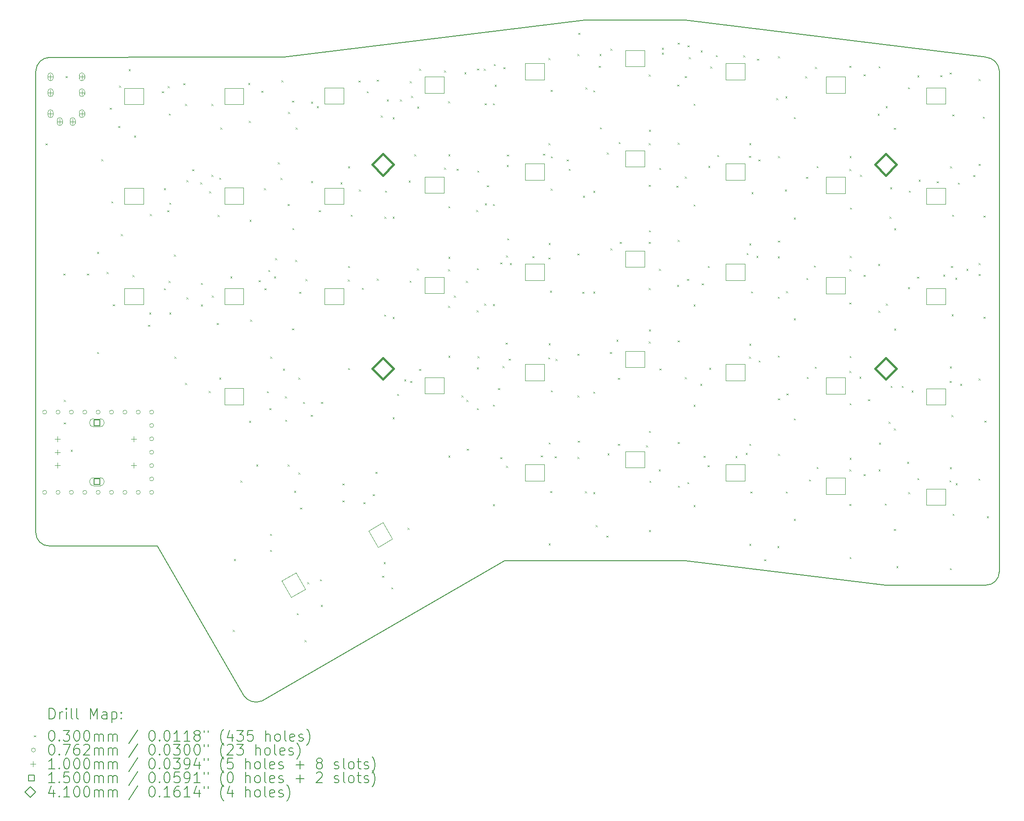
<source format=gbr>
%TF.GenerationSoftware,KiCad,Pcbnew,8.0.6-8.0.6-0~ubuntu24.04.1*%
%TF.CreationDate,2024-10-27T13:02:48+01:00*%
%TF.ProjectId,NomadKeyboard,4e6f6d61-644b-4657-9962-6f6172642e6b,rev?*%
%TF.SameCoordinates,Original*%
%TF.FileFunction,Drillmap*%
%TF.FilePolarity,Positive*%
%FSLAX45Y45*%
G04 Gerber Fmt 4.5, Leading zero omitted, Abs format (unit mm)*
G04 Created by KiCad (PCBNEW 8.0.6-8.0.6-0~ubuntu24.04.1) date 2024-10-27 13:02:48*
%MOMM*%
%LPD*%
G01*
G04 APERTURE LIST*
%ADD10C,0.150000*%
%ADD11C,0.120000*%
%ADD12C,0.200000*%
%ADD13C,0.100000*%
%ADD14C,0.410000*%
G04 APERTURE END LIST*
D10*
X8432314Y-16133988D02*
X6789483Y-13288521D01*
X14912912Y-3298264D02*
X9196412Y-4007764D01*
X4484904Y-13040264D02*
X4485170Y-4269249D01*
X22782912Y-4258264D02*
X22782912Y-13783487D01*
X4485170Y-4269249D02*
G75*
G02*
X4743912Y-4010265I264000J-5011D01*
G01*
X16817912Y-13573264D02*
X13384912Y-13573264D01*
X6789483Y-13288521D02*
X5426912Y-13290264D01*
X8774428Y-16235078D02*
G75*
G02*
X8432311Y-16133990I-109518J258819D01*
G01*
X7048644Y-4007764D02*
X5433912Y-4010264D01*
X5280912Y-4010264D02*
X4743912Y-4010264D01*
X22534138Y-14034264D02*
X20627385Y-14034264D01*
X22782912Y-13783487D02*
G75*
G02*
X22534138Y-14034262I-249772J-1003D01*
G01*
X20627385Y-14034264D02*
X16817912Y-13573264D01*
X5426912Y-13290264D02*
X5273912Y-13290264D01*
X16817912Y-3298264D02*
X14912912Y-3298264D01*
X4736912Y-13290264D02*
G75*
G02*
X4484898Y-13040264I-2002J250004D01*
G01*
X9196412Y-4007764D02*
X7048644Y-4007764D01*
X8774428Y-16235078D02*
X13384912Y-13573264D01*
X22532952Y-4007816D02*
X16817912Y-3298264D01*
X5433912Y-4010264D02*
X5280912Y-4010264D01*
X5273912Y-13290264D02*
X4736912Y-13290264D01*
X22532952Y-4007816D02*
G75*
G02*
X22782912Y-4258264I-24652J-274564D01*
G01*
D11*
X9968910Y-4585360D02*
X9968910Y-4895360D01*
X9968910Y-4895360D02*
X10328910Y-4895360D01*
X10328910Y-4585360D02*
X9968910Y-4585360D01*
X10328910Y-4895360D02*
X10328910Y-4585360D01*
X15685000Y-3875100D02*
X15685000Y-4185100D01*
X15685000Y-4185100D02*
X16045000Y-4185100D01*
X16045000Y-3875100D02*
X15685000Y-3875100D01*
X16045000Y-4185100D02*
X16045000Y-3875100D01*
X9968910Y-8395360D02*
X9968910Y-8705360D01*
X9968910Y-8705360D02*
X10328910Y-8705360D01*
X10328910Y-8395360D02*
X9968910Y-8395360D01*
X10328910Y-8705360D02*
X10328910Y-8395360D01*
X11873910Y-6280360D02*
X11873910Y-6590360D01*
X11873910Y-6590360D02*
X12233910Y-6590360D01*
X12233910Y-6280360D02*
X11873910Y-6280360D01*
X12233910Y-6590360D02*
X12233910Y-6280360D01*
X10805081Y-13001425D02*
X10985081Y-13313195D01*
X10985081Y-13313195D02*
X11253549Y-13158195D01*
X11073549Y-12846425D02*
X10805081Y-13001425D01*
X11253549Y-13158195D02*
X11073549Y-12846425D01*
X15685000Y-9590100D02*
X15685000Y-9900100D01*
X15685000Y-9900100D02*
X16045000Y-9900100D01*
X16045000Y-9590100D02*
X15685000Y-9590100D01*
X16045000Y-9900100D02*
X16045000Y-9590100D01*
X19495000Y-10095360D02*
X19495000Y-10405360D01*
X19495000Y-10405360D02*
X19855000Y-10405360D01*
X19855000Y-10095360D02*
X19495000Y-10095360D01*
X19855000Y-10405360D02*
X19855000Y-10095360D01*
X15684910Y-11495360D02*
X15684910Y-11805360D01*
X15684910Y-11805360D02*
X16044910Y-11805360D01*
X16044910Y-11495360D02*
X15684910Y-11495360D01*
X16044910Y-11805360D02*
X16044910Y-11495360D01*
X19494910Y-6285360D02*
X19494910Y-6595360D01*
X19494910Y-6595360D02*
X19854910Y-6595360D01*
X19854910Y-6285360D02*
X19494910Y-6285360D01*
X19854910Y-6595360D02*
X19854910Y-6285360D01*
X21399910Y-8395360D02*
X21399910Y-8705360D01*
X21399910Y-8705360D02*
X21759910Y-8705360D01*
X21759910Y-8395360D02*
X21399910Y-8395360D01*
X21759910Y-8705360D02*
X21759910Y-8395360D01*
X21399910Y-10300360D02*
X21399910Y-10610360D01*
X21399910Y-10610360D02*
X21759910Y-10610360D01*
X21759910Y-10300360D02*
X21399910Y-10300360D01*
X21759910Y-10610360D02*
X21759910Y-10300360D01*
X17589910Y-4125360D02*
X17589910Y-4435360D01*
X17589910Y-4435360D02*
X17949910Y-4435360D01*
X17949910Y-4125360D02*
X17589910Y-4125360D01*
X17949910Y-4435360D02*
X17949910Y-4125360D01*
X15684910Y-5780360D02*
X15684910Y-6090360D01*
X15684910Y-6090360D02*
X16044910Y-6090360D01*
X16044910Y-5780360D02*
X15684910Y-5780360D01*
X16044910Y-6090360D02*
X16044910Y-5780360D01*
X13779910Y-6030360D02*
X13779910Y-6340360D01*
X13779910Y-6340360D02*
X14139910Y-6340360D01*
X14139910Y-6030360D02*
X13779910Y-6030360D01*
X14139910Y-6340360D02*
X14139910Y-6030360D01*
X17589910Y-7935260D02*
X17589910Y-8245260D01*
X17589910Y-8245260D02*
X17949910Y-8245260D01*
X17949910Y-7935260D02*
X17589910Y-7935260D01*
X17949910Y-8245260D02*
X17949910Y-7935260D01*
X19494910Y-4380260D02*
X19494910Y-4690260D01*
X19494910Y-4690260D02*
X19854910Y-4690260D01*
X19854910Y-4380260D02*
X19494910Y-4380260D01*
X19854910Y-4690260D02*
X19854910Y-4380260D01*
X9968910Y-6489940D02*
X9968910Y-6799940D01*
X9968910Y-6799940D02*
X10328910Y-6799940D01*
X10328910Y-6489940D02*
X9968910Y-6489940D01*
X10328910Y-6799940D02*
X10328910Y-6489940D01*
X21399910Y-12205260D02*
X21399910Y-12515260D01*
X21399910Y-12515260D02*
X21759910Y-12515260D01*
X21759910Y-12205260D02*
X21399910Y-12205260D01*
X21759910Y-12515260D02*
X21759910Y-12205260D01*
X17589910Y-6030260D02*
X17589910Y-6340260D01*
X17589910Y-6340260D02*
X17949910Y-6340260D01*
X17949910Y-6030260D02*
X17589910Y-6030260D01*
X17949910Y-6340260D02*
X17949910Y-6030260D01*
X17590000Y-9840100D02*
X17590000Y-10150100D01*
X17590000Y-10150100D02*
X17950000Y-10150100D01*
X17950000Y-9840100D02*
X17590000Y-9840100D01*
X17950000Y-10150100D02*
X17950000Y-9840100D01*
X19494910Y-12000360D02*
X19494910Y-12310360D01*
X19494910Y-12310360D02*
X19854910Y-12310360D01*
X19854910Y-12000360D02*
X19494910Y-12000360D01*
X19854910Y-12310360D02*
X19854910Y-12000360D01*
X15684910Y-7685360D02*
X15684910Y-7995360D01*
X15684910Y-7995360D02*
X16044910Y-7995360D01*
X16044910Y-7685360D02*
X15684910Y-7685360D01*
X16044910Y-7995360D02*
X16044910Y-7685360D01*
X13780000Y-4125100D02*
X13780000Y-4435100D01*
X13780000Y-4435100D02*
X14140000Y-4435100D01*
X14140000Y-4125100D02*
X13780000Y-4125100D01*
X14140000Y-4435100D02*
X14140000Y-4125100D01*
X11873910Y-8185360D02*
X11873910Y-8495360D01*
X11873910Y-8495360D02*
X12233910Y-8495360D01*
X12233910Y-8185360D02*
X11873910Y-8185360D01*
X12233910Y-8495360D02*
X12233910Y-8185360D01*
X11873910Y-10090260D02*
X11873910Y-10400260D01*
X11873910Y-10400260D02*
X12233910Y-10400260D01*
X12233910Y-10090260D02*
X11873910Y-10090260D01*
X12233910Y-10400260D02*
X12233910Y-10090260D01*
X8068912Y-8395364D02*
X8068912Y-8705364D01*
X8068912Y-8705364D02*
X8428912Y-8705364D01*
X8428912Y-8395364D02*
X8068912Y-8395364D01*
X8428912Y-8705364D02*
X8428912Y-8395364D01*
X21399910Y-6490260D02*
X21399910Y-6800260D01*
X21399910Y-6800260D02*
X21759910Y-6800260D01*
X21759910Y-6490260D02*
X21399910Y-6490260D01*
X21759910Y-6800260D02*
X21759910Y-6490260D01*
X8068912Y-6485364D02*
X8068912Y-6795364D01*
X8068912Y-6795364D02*
X8428912Y-6795364D01*
X8428912Y-6485364D02*
X8068912Y-6485364D01*
X8428912Y-6795364D02*
X8428912Y-6485364D01*
X19494910Y-8190360D02*
X19494910Y-8500360D01*
X19494910Y-8500360D02*
X19854910Y-8500360D01*
X19854910Y-8190360D02*
X19494910Y-8190360D01*
X19854910Y-8500360D02*
X19854910Y-8190360D01*
X13778910Y-7935360D02*
X13778910Y-8245360D01*
X13778910Y-8245360D02*
X14138910Y-8245360D01*
X14138910Y-7935360D02*
X13778910Y-7935360D01*
X14138910Y-8245360D02*
X14138910Y-7935360D01*
X6168912Y-4594210D02*
X6168912Y-4904210D01*
X6168912Y-4904210D02*
X6528912Y-4904210D01*
X6528912Y-4594210D02*
X6168912Y-4594210D01*
X6528912Y-4904210D02*
X6528912Y-4594210D01*
X21399910Y-4585360D02*
X21399910Y-4895360D01*
X21399910Y-4895360D02*
X21759910Y-4895360D01*
X21759910Y-4585360D02*
X21399910Y-4585360D01*
X21759910Y-4895360D02*
X21759910Y-4585360D01*
X8068912Y-10295364D02*
X8068912Y-10605364D01*
X8068912Y-10605364D02*
X8428912Y-10605364D01*
X8428912Y-10295364D02*
X8068912Y-10295364D01*
X8428912Y-10605364D02*
X8428912Y-10295364D01*
X13779910Y-9840360D02*
X13779910Y-10150360D01*
X13779910Y-10150360D02*
X14139910Y-10150360D01*
X14139910Y-9840360D02*
X13779910Y-9840360D01*
X14139910Y-10150360D02*
X14139910Y-9840360D01*
X6169912Y-8395364D02*
X6169912Y-8705364D01*
X6169912Y-8705364D02*
X6529912Y-8705364D01*
X6529912Y-8395364D02*
X6169912Y-8395364D01*
X6529912Y-8705364D02*
X6529912Y-8395364D01*
X6169912Y-6489944D02*
X6169912Y-6799944D01*
X6169912Y-6799944D02*
X6529912Y-6799944D01*
X6529912Y-6489944D02*
X6169912Y-6489944D01*
X6529912Y-6799944D02*
X6529912Y-6489944D01*
X8068912Y-4595364D02*
X8068912Y-4905364D01*
X8068912Y-4905364D02*
X8428912Y-4905364D01*
X8428912Y-4595364D02*
X8068912Y-4595364D01*
X8428912Y-4905364D02*
X8428912Y-4595364D01*
X9155081Y-13954115D02*
X9335081Y-14265885D01*
X9335081Y-14265885D02*
X9603549Y-14110885D01*
X9423549Y-13799115D02*
X9155081Y-13954115D01*
X9603549Y-14110885D02*
X9423549Y-13799115D01*
X13779910Y-11745260D02*
X13779910Y-12055260D01*
X13779910Y-12055260D02*
X14139910Y-12055260D01*
X14139910Y-11745260D02*
X13779910Y-11745260D01*
X14139910Y-12055260D02*
X14139910Y-11745260D01*
X17589910Y-11745360D02*
X17589910Y-12055360D01*
X17589910Y-12055360D02*
X17949910Y-12055360D01*
X17949910Y-11745360D02*
X17589910Y-11745360D01*
X17949910Y-12055360D02*
X17949910Y-11745360D01*
X11874910Y-4380360D02*
X11874910Y-4690360D01*
X11874910Y-4690360D02*
X12234910Y-4690360D01*
X12234910Y-4380360D02*
X11874910Y-4380360D01*
X12234910Y-4690360D02*
X12234910Y-4380360D01*
D12*
D13*
X4668912Y-5645264D02*
X4698912Y-5675264D01*
X4698912Y-5645264D02*
X4668912Y-5675264D01*
X5008912Y-8115264D02*
X5038912Y-8145264D01*
X5038912Y-8115264D02*
X5008912Y-8145264D01*
X5018912Y-10515264D02*
X5048912Y-10545264D01*
X5048912Y-10515264D02*
X5018912Y-10545264D01*
X5018912Y-10945264D02*
X5048912Y-10975264D01*
X5048912Y-10945264D02*
X5018912Y-10975264D01*
X5048912Y-4365264D02*
X5078912Y-4395264D01*
X5078912Y-4365264D02*
X5048912Y-4395264D01*
X5148912Y-11465264D02*
X5178912Y-11495264D01*
X5178912Y-11465264D02*
X5148912Y-11495264D01*
X5458912Y-8115264D02*
X5488912Y-8145264D01*
X5488912Y-8115264D02*
X5458912Y-8145264D01*
X5647012Y-7705264D02*
X5677012Y-7735264D01*
X5677012Y-7705264D02*
X5647012Y-7735264D01*
X5648912Y-9605264D02*
X5678912Y-9635264D01*
X5678912Y-9605264D02*
X5648912Y-9635264D01*
X5728912Y-5945264D02*
X5758912Y-5975264D01*
X5758912Y-5945264D02*
X5728912Y-5975264D01*
X5828912Y-8085264D02*
X5858912Y-8115264D01*
X5858912Y-8085264D02*
X5828912Y-8115264D01*
X5889462Y-4965814D02*
X5919462Y-4995814D01*
X5919462Y-4965814D02*
X5889462Y-4995814D01*
X5918912Y-6745264D02*
X5948912Y-6775264D01*
X5948912Y-6745264D02*
X5918912Y-6775264D01*
X5946437Y-8702289D02*
X5976437Y-8732289D01*
X5976437Y-8702289D02*
X5946437Y-8732289D01*
X6048912Y-5315264D02*
X6078912Y-5345264D01*
X6078912Y-5315264D02*
X6048912Y-5345264D01*
X6068912Y-4549685D02*
X6098912Y-4579685D01*
X6098912Y-4549685D02*
X6068912Y-4579685D01*
X6098912Y-7365264D02*
X6128912Y-7395264D01*
X6128912Y-7365264D02*
X6098912Y-7395264D01*
X6248912Y-4235264D02*
X6278912Y-4265264D01*
X6278912Y-4235264D02*
X6248912Y-4265264D01*
X6318912Y-8145264D02*
X6348912Y-8175264D01*
X6348912Y-8145264D02*
X6318912Y-8175264D01*
X6350835Y-5497187D02*
X6380835Y-5527187D01*
X6380835Y-5497187D02*
X6350835Y-5527187D01*
X6614912Y-9089264D02*
X6644912Y-9119264D01*
X6644912Y-9089264D02*
X6614912Y-9119264D01*
X6638912Y-8855264D02*
X6668912Y-8885264D01*
X6668912Y-8855264D02*
X6638912Y-8885264D01*
X6648912Y-6985264D02*
X6678912Y-7015264D01*
X6678912Y-6985264D02*
X6648912Y-7015264D01*
X6879012Y-4655364D02*
X6909012Y-4685364D01*
X6909012Y-4655364D02*
X6879012Y-4685364D01*
X6918912Y-6495264D02*
X6948912Y-6525264D01*
X6948912Y-6495264D02*
X6918912Y-6525264D01*
X6918912Y-8395264D02*
X6948912Y-8425264D01*
X6948912Y-8395264D02*
X6918912Y-8425264D01*
X6978912Y-6915264D02*
X7008912Y-6945264D01*
X7008912Y-6915264D02*
X6978912Y-6945264D01*
X6988912Y-4555264D02*
X7018912Y-4585264D01*
X7018912Y-4555264D02*
X6988912Y-4585264D01*
X7007662Y-8256514D02*
X7037662Y-8286514D01*
X7037662Y-8256514D02*
X7007662Y-8286514D01*
X7008912Y-5076210D02*
X7038912Y-5106210D01*
X7038912Y-5076210D02*
X7008912Y-5106210D01*
X7018912Y-6770064D02*
X7048912Y-6800064D01*
X7048912Y-6770064D02*
X7018912Y-6800064D01*
X7018912Y-8855264D02*
X7048912Y-8885264D01*
X7048912Y-8855264D02*
X7018912Y-8885264D01*
X7108912Y-7755264D02*
X7138912Y-7785264D01*
X7138912Y-7755264D02*
X7108912Y-7785264D01*
X7118912Y-9695264D02*
X7148912Y-9725264D01*
X7148912Y-9695264D02*
X7118912Y-9725264D01*
X7285162Y-4501514D02*
X7315162Y-4531514D01*
X7315162Y-4501514D02*
X7285162Y-4531514D01*
X7318912Y-4895264D02*
X7348912Y-4925264D01*
X7348912Y-4895264D02*
X7318912Y-4925264D01*
X7318912Y-10195264D02*
X7348912Y-10225264D01*
X7348912Y-10195264D02*
X7318912Y-10225264D01*
X7343912Y-8570264D02*
X7373912Y-8600264D01*
X7373912Y-8570264D02*
X7343912Y-8600264D01*
X7345162Y-6341514D02*
X7375162Y-6371514D01*
X7375162Y-6341514D02*
X7345162Y-6371514D01*
X7453912Y-6135264D02*
X7483912Y-6165264D01*
X7483912Y-6135264D02*
X7453912Y-6165264D01*
X7608912Y-6385264D02*
X7638912Y-6415264D01*
X7638912Y-6385264D02*
X7608912Y-6415264D01*
X7618912Y-8295264D02*
X7648912Y-8325264D01*
X7648912Y-8295264D02*
X7618912Y-8325264D01*
X7618912Y-8705364D02*
X7648912Y-8735364D01*
X7648912Y-8705364D02*
X7618912Y-8735364D01*
X7768912Y-10345264D02*
X7798912Y-10375264D01*
X7798912Y-10345264D02*
X7768912Y-10375264D01*
X7778912Y-6555364D02*
X7808912Y-6585364D01*
X7808912Y-6555364D02*
X7778912Y-6585364D01*
X7818912Y-4895264D02*
X7848912Y-4925264D01*
X7848912Y-4895264D02*
X7818912Y-4925264D01*
X7818912Y-6242364D02*
X7848912Y-6272364D01*
X7848912Y-6242364D02*
X7818912Y-6272364D01*
X7829012Y-8535164D02*
X7859012Y-8565164D01*
X7859012Y-8535164D02*
X7829012Y-8565164D01*
X7918912Y-9055264D02*
X7948912Y-9085264D01*
X7948912Y-9055264D02*
X7918912Y-9085264D01*
X7938912Y-7005264D02*
X7968912Y-7035264D01*
X7968912Y-7005264D02*
X7938912Y-7035264D01*
X7968912Y-6295264D02*
X7998912Y-6325264D01*
X7998912Y-6295264D02*
X7968912Y-6325264D01*
X7968912Y-10095264D02*
X7998912Y-10125264D01*
X7998912Y-10095264D02*
X7968912Y-10125264D01*
X7988912Y-5345264D02*
X8018912Y-5375264D01*
X8018912Y-5345264D02*
X7988912Y-5375264D01*
X8177912Y-8171364D02*
X8207912Y-8201364D01*
X8207912Y-8171364D02*
X8177912Y-8201364D01*
X8225412Y-14887764D02*
X8255412Y-14917764D01*
X8255412Y-14887764D02*
X8225412Y-14917764D01*
X8247412Y-13538764D02*
X8277412Y-13568764D01*
X8277412Y-13538764D02*
X8247412Y-13568764D01*
X8368912Y-12048764D02*
X8398912Y-12078764D01*
X8398912Y-12048764D02*
X8368912Y-12078764D01*
X8518912Y-4495264D02*
X8548912Y-4525264D01*
X8548912Y-4495264D02*
X8518912Y-4525264D01*
X8531412Y-5217764D02*
X8561412Y-5247764D01*
X8561412Y-5217764D02*
X8531412Y-5247764D01*
X8536412Y-10912764D02*
X8566412Y-10942764D01*
X8566412Y-10912764D02*
X8536412Y-10942764D01*
X8541412Y-7097764D02*
X8571412Y-7127764D01*
X8571412Y-7097764D02*
X8541412Y-7127764D01*
X8556412Y-8992764D02*
X8586412Y-9022764D01*
X8586412Y-8992764D02*
X8556412Y-9022764D01*
X8668912Y-11745264D02*
X8698912Y-11775264D01*
X8698912Y-11745264D02*
X8668912Y-11775264D01*
X8718912Y-8245264D02*
X8748912Y-8275264D01*
X8748912Y-8245264D02*
X8718912Y-8275264D01*
X8768912Y-4645264D02*
X8798912Y-4675264D01*
X8798912Y-4645264D02*
X8768912Y-4675264D01*
X8818912Y-6495264D02*
X8848912Y-6525264D01*
X8848912Y-6495264D02*
X8818912Y-6525264D01*
X8828912Y-8395264D02*
X8858912Y-8425264D01*
X8858912Y-8395264D02*
X8828912Y-8425264D01*
X8873712Y-10350064D02*
X8903712Y-10380064D01*
X8903712Y-10350064D02*
X8873712Y-10380064D01*
X8898912Y-8050264D02*
X8928912Y-8080264D01*
X8928912Y-8050264D02*
X8898912Y-8080264D01*
X8918912Y-10672764D02*
X8948912Y-10702764D01*
X8948912Y-10672764D02*
X8918912Y-10702764D01*
X8931412Y-13366764D02*
X8961412Y-13396764D01*
X8961412Y-13366764D02*
X8931412Y-13396764D01*
X8934412Y-13059764D02*
X8964412Y-13089764D01*
X8964412Y-13059764D02*
X8934412Y-13089764D01*
X8938912Y-9695264D02*
X8968912Y-9725264D01*
X8968912Y-9695264D02*
X8938912Y-9725264D01*
X9008912Y-8171364D02*
X9038912Y-8201364D01*
X9038912Y-8171364D02*
X9008912Y-8201364D01*
X9028912Y-7825264D02*
X9058912Y-7855264D01*
X9058912Y-7825264D02*
X9028912Y-7855264D01*
X9078912Y-6005264D02*
X9108912Y-6035264D01*
X9108912Y-6005264D02*
X9078912Y-6035264D01*
X9133912Y-6300264D02*
X9163912Y-6330264D01*
X9163912Y-6300264D02*
X9133912Y-6330264D01*
X9150912Y-4447264D02*
X9180912Y-4477264D01*
X9180912Y-4447264D02*
X9150912Y-4477264D01*
X9178912Y-9925264D02*
X9208912Y-9955264D01*
X9208912Y-9925264D02*
X9178912Y-9955264D01*
X9216012Y-10448164D02*
X9246012Y-10478164D01*
X9246012Y-10448164D02*
X9216012Y-10478164D01*
X9218912Y-10895264D02*
X9248912Y-10925264D01*
X9248912Y-10895264D02*
X9218912Y-10925264D01*
X9268912Y-6795264D02*
X9298912Y-6825264D01*
X9298912Y-6795264D02*
X9268912Y-6825264D01*
X9268912Y-11745264D02*
X9298912Y-11775264D01*
X9298912Y-11745264D02*
X9268912Y-11775264D01*
X9275561Y-5049264D02*
X9305561Y-5079264D01*
X9305561Y-5049264D02*
X9275561Y-5079264D01*
X9349912Y-4833264D02*
X9379912Y-4863264D01*
X9379912Y-4833264D02*
X9349912Y-4863264D01*
X9353912Y-9157264D02*
X9383912Y-9187264D01*
X9383912Y-9157264D02*
X9353912Y-9187264D01*
X9354912Y-7254264D02*
X9384912Y-7284264D01*
X9384912Y-7254264D02*
X9354912Y-7284264D01*
X9388412Y-12245764D02*
X9418412Y-12275764D01*
X9418412Y-12245764D02*
X9388412Y-12275764D01*
X9408912Y-7858264D02*
X9438912Y-7888264D01*
X9438912Y-7858264D02*
X9408912Y-7888264D01*
X9418912Y-5342264D02*
X9448912Y-5372264D01*
X9448912Y-5342264D02*
X9418912Y-5372264D01*
X9441412Y-14567764D02*
X9471412Y-14597764D01*
X9471412Y-14567764D02*
X9441412Y-14597764D01*
X9468912Y-10095264D02*
X9498912Y-10125264D01*
X9498912Y-10095264D02*
X9468912Y-10125264D01*
X9468912Y-11895264D02*
X9498912Y-11925264D01*
X9498912Y-11895264D02*
X9468912Y-11925264D01*
X9488912Y-8465360D02*
X9518912Y-8495360D01*
X9518912Y-8465360D02*
X9488912Y-8495360D01*
X9503412Y-12560764D02*
X9533412Y-12590764D01*
X9533412Y-12560764D02*
X9503412Y-12590764D01*
X9558912Y-10555264D02*
X9588912Y-10585264D01*
X9588912Y-10555264D02*
X9558912Y-10585264D01*
X9587412Y-15079764D02*
X9617412Y-15109764D01*
X9617412Y-15079764D02*
X9587412Y-15109764D01*
X9607912Y-8224264D02*
X9637912Y-8254264D01*
X9637912Y-8224264D02*
X9607912Y-8254264D01*
X9638412Y-13978764D02*
X9668412Y-14008764D01*
X9668412Y-13978764D02*
X9638412Y-14008764D01*
X9706912Y-10800264D02*
X9736912Y-10830264D01*
X9736912Y-10800264D02*
X9706912Y-10830264D01*
X9711912Y-4854264D02*
X9741912Y-4884264D01*
X9741912Y-4854264D02*
X9711912Y-4884264D01*
X9712912Y-6359264D02*
X9742912Y-6389264D01*
X9742912Y-6359264D02*
X9712912Y-6389264D01*
X9819912Y-4938264D02*
X9849912Y-4968264D01*
X9849912Y-4938264D02*
X9819912Y-4968264D01*
X9859912Y-6915264D02*
X9889912Y-6945264D01*
X9889912Y-6915264D02*
X9859912Y-6945264D01*
X9879412Y-13923764D02*
X9909412Y-13953764D01*
X9909412Y-13923764D02*
X9879412Y-13953764D01*
X9896412Y-14411764D02*
X9926412Y-14441764D01*
X9926412Y-14411764D02*
X9896412Y-14441764D01*
X9901912Y-10555264D02*
X9931912Y-10585264D01*
X9931912Y-10555264D02*
X9901912Y-10585264D01*
X10268912Y-6386262D02*
X10298912Y-6416262D01*
X10298912Y-6386262D02*
X10268912Y-6416262D01*
X10306412Y-12424764D02*
X10336412Y-12454764D01*
X10336412Y-12424764D02*
X10306412Y-12454764D01*
X10309412Y-12103764D02*
X10339412Y-12133764D01*
X10339412Y-12103764D02*
X10309412Y-12133764D01*
X10408912Y-8231264D02*
X10438912Y-8261264D01*
X10438912Y-8231264D02*
X10408912Y-8261264D01*
X10413910Y-6079264D02*
X10443910Y-6109264D01*
X10443910Y-6079264D02*
X10413910Y-6109264D01*
X10413910Y-7973264D02*
X10443910Y-8003264D01*
X10443910Y-7973264D02*
X10413910Y-8003264D01*
X10413912Y-9913264D02*
X10443912Y-9943264D01*
X10443912Y-9913264D02*
X10413912Y-9943264D01*
X10463912Y-7000264D02*
X10493912Y-7030264D01*
X10493912Y-7000264D02*
X10463912Y-7030264D01*
X10614912Y-4449358D02*
X10644912Y-4479358D01*
X10644912Y-4449358D02*
X10614912Y-4479358D01*
X10619912Y-6519264D02*
X10649912Y-6549264D01*
X10649912Y-6519264D02*
X10619912Y-6549264D01*
X10675912Y-8388264D02*
X10705912Y-8418264D01*
X10705912Y-8388264D02*
X10675912Y-8418264D01*
X10706412Y-12458764D02*
X10736412Y-12488764D01*
X10736412Y-12458764D02*
X10706412Y-12488764D01*
X10768912Y-4654264D02*
X10798912Y-4684264D01*
X10798912Y-4654264D02*
X10768912Y-4684264D01*
X10884412Y-12307764D02*
X10914412Y-12337764D01*
X10914412Y-12307764D02*
X10884412Y-12337764D01*
X10936412Y-11883764D02*
X10966412Y-11913764D01*
X10966412Y-11883764D02*
X10936412Y-11913764D01*
X10958912Y-8214264D02*
X10988912Y-8244264D01*
X10988912Y-8214264D02*
X10958912Y-8244264D01*
X10961912Y-4433264D02*
X10991912Y-4463264D01*
X10991912Y-4433264D02*
X10961912Y-4463264D01*
X11037912Y-5113264D02*
X11067912Y-5143264D01*
X11067912Y-5113264D02*
X11037912Y-5143264D01*
X11062412Y-13857764D02*
X11092412Y-13887764D01*
X11092412Y-13857764D02*
X11062412Y-13887764D01*
X11091194Y-13599764D02*
X11121194Y-13629764D01*
X11121194Y-13599764D02*
X11091194Y-13629764D01*
X11098912Y-8897264D02*
X11128912Y-8927264D01*
X11128912Y-8897264D02*
X11098912Y-8927264D01*
X11102912Y-7038264D02*
X11132912Y-7068264D01*
X11132912Y-7038264D02*
X11102912Y-7068264D01*
X11117912Y-6543264D02*
X11147912Y-6573264D01*
X11147912Y-6543264D02*
X11117912Y-6573264D01*
X11149912Y-4809264D02*
X11179912Y-4839264D01*
X11179912Y-4809264D02*
X11149912Y-4839264D01*
X11236412Y-14076764D02*
X11266412Y-14106764D01*
X11266412Y-14076764D02*
X11236412Y-14106764D01*
X11259910Y-5147264D02*
X11289910Y-5177264D01*
X11289910Y-5147264D02*
X11259910Y-5177264D01*
X11259912Y-7036264D02*
X11289912Y-7066264D01*
X11289912Y-7036264D02*
X11259912Y-7066264D01*
X11259912Y-8942264D02*
X11289912Y-8972264D01*
X11289912Y-8942264D02*
X11259912Y-8972264D01*
X11259912Y-10848264D02*
X11289912Y-10878264D01*
X11289912Y-10848264D02*
X11259912Y-10878264D01*
X11345912Y-10401264D02*
X11375912Y-10431264D01*
X11375912Y-10401264D02*
X11345912Y-10431264D01*
X11398912Y-4809264D02*
X11428912Y-4839264D01*
X11428912Y-4809264D02*
X11398912Y-4839264D01*
X11480912Y-10125264D02*
X11510912Y-10155264D01*
X11510912Y-10125264D02*
X11480912Y-10155264D01*
X11543412Y-12945764D02*
X11573412Y-12975764D01*
X11573412Y-12945764D02*
X11543412Y-12975764D01*
X11564008Y-6350360D02*
X11594008Y-6380360D01*
X11594008Y-6350360D02*
X11564008Y-6380360D01*
X11581912Y-8250264D02*
X11611912Y-8280264D01*
X11611912Y-8250264D02*
X11581912Y-8280264D01*
X11584912Y-4461264D02*
X11614912Y-4491264D01*
X11614912Y-4461264D02*
X11584912Y-4491264D01*
X11593912Y-10157264D02*
X11623912Y-10187264D01*
X11623912Y-10157264D02*
X11593912Y-10187264D01*
X11612912Y-4742358D02*
X11642912Y-4772358D01*
X11642912Y-4742358D02*
X11612912Y-4772358D01*
X11672912Y-5851264D02*
X11702912Y-5881264D01*
X11702912Y-5851264D02*
X11672912Y-5881264D01*
X11720912Y-8021264D02*
X11750912Y-8051264D01*
X11750912Y-8021264D02*
X11720912Y-8051264D01*
X11725912Y-4947264D02*
X11755912Y-4977264D01*
X11755912Y-4947264D02*
X11725912Y-4977264D01*
X11763912Y-9930264D02*
X11793912Y-9960264D01*
X11793912Y-9930264D02*
X11763912Y-9960264D01*
X11764910Y-4227262D02*
X11794910Y-4257262D01*
X11794910Y-4227262D02*
X11764910Y-4257262D01*
X12236912Y-4260264D02*
X12266912Y-4290264D01*
X12266912Y-4260264D02*
X12236912Y-4290264D01*
X12236912Y-6107264D02*
X12266912Y-6137264D01*
X12266912Y-6107264D02*
X12236912Y-6137264D01*
X12313912Y-8730264D02*
X12343912Y-8760264D01*
X12343912Y-8730264D02*
X12313912Y-8760264D01*
X12314912Y-4843264D02*
X12344912Y-4873264D01*
X12344912Y-4843264D02*
X12314912Y-4873264D01*
X12314912Y-8037264D02*
X12344912Y-8067264D01*
X12344912Y-8037264D02*
X12314912Y-8067264D01*
X12318910Y-9677264D02*
X12348910Y-9707264D01*
X12348910Y-9677264D02*
X12318910Y-9707264D01*
X12318910Y-11577264D02*
X12348910Y-11607264D01*
X12348910Y-11577264D02*
X12318910Y-11607264D01*
X12319910Y-5850264D02*
X12349910Y-5880264D01*
X12349910Y-5850264D02*
X12319910Y-5880264D01*
X12319912Y-6836264D02*
X12349912Y-6866264D01*
X12349912Y-6836264D02*
X12319912Y-6866264D01*
X12319912Y-7801264D02*
X12349912Y-7831264D01*
X12349912Y-7801264D02*
X12319912Y-7831264D01*
X12426912Y-8535264D02*
X12456912Y-8565264D01*
X12456912Y-8535264D02*
X12426912Y-8565264D01*
X12473912Y-6125264D02*
X12503912Y-6155264D01*
X12503912Y-6125264D02*
X12473912Y-6155264D01*
X12567912Y-10433264D02*
X12597912Y-10463264D01*
X12597912Y-10433264D02*
X12567912Y-10463264D01*
X12622912Y-4292264D02*
X12652912Y-4322264D01*
X12652912Y-4292264D02*
X12622912Y-4322264D01*
X12652912Y-8254264D02*
X12682912Y-8284264D01*
X12682912Y-8254264D02*
X12652912Y-8284264D01*
X12661912Y-10515264D02*
X12691912Y-10545264D01*
X12691912Y-10515264D02*
X12661912Y-10545264D01*
X12668912Y-11445264D02*
X12698912Y-11475264D01*
X12698912Y-11445264D02*
X12668912Y-11475264D01*
X12847912Y-6912264D02*
X12877912Y-6942264D01*
X12877912Y-6912264D02*
X12847912Y-6942264D01*
X12856912Y-8817264D02*
X12886912Y-8847264D01*
X12886912Y-8817264D02*
X12856912Y-8847264D01*
X12860912Y-8016264D02*
X12890912Y-8046264D01*
X12890912Y-8016264D02*
X12860912Y-8046264D01*
X12862912Y-9899264D02*
X12892912Y-9929264D01*
X12892912Y-9899264D02*
X12862912Y-9929264D01*
X12862912Y-10672264D02*
X12892912Y-10702264D01*
X12892912Y-10672264D02*
X12862912Y-10702264D01*
X12863912Y-4220264D02*
X12893912Y-4250264D01*
X12893912Y-4220264D02*
X12863912Y-4250264D01*
X12869912Y-6162264D02*
X12899912Y-6192264D01*
X12899912Y-6162264D02*
X12869912Y-6192264D01*
X12871912Y-9685264D02*
X12901912Y-9715264D01*
X12901912Y-9685264D02*
X12871912Y-9715264D01*
X12993912Y-4226264D02*
X13023912Y-4256264D01*
X13023912Y-4226264D02*
X12993912Y-4256264D01*
X13002912Y-8690264D02*
X13032912Y-8720264D01*
X13032912Y-8690264D02*
X13002912Y-8720264D01*
X13009912Y-4882264D02*
X13039912Y-4912264D01*
X13039912Y-4882264D02*
X13009912Y-4912264D01*
X13011912Y-6785264D02*
X13041912Y-6815264D01*
X13041912Y-6785264D02*
X13011912Y-6815264D01*
X13051912Y-6438264D02*
X13081912Y-6468264D01*
X13081912Y-6438264D02*
X13051912Y-6468264D01*
X13164912Y-4881264D02*
X13194912Y-4911264D01*
X13194912Y-4881264D02*
X13164912Y-4911264D01*
X13165912Y-8697264D02*
X13195912Y-8727264D01*
X13195912Y-8697264D02*
X13165912Y-8727264D01*
X13165912Y-10607264D02*
X13195912Y-10637264D01*
X13195912Y-10607264D02*
X13165912Y-10637264D01*
X13165912Y-12499264D02*
X13195912Y-12529264D01*
X13195912Y-12499264D02*
X13165912Y-12529264D01*
X13166912Y-6796264D02*
X13196912Y-6826264D01*
X13196912Y-6796264D02*
X13166912Y-6826264D01*
X13182912Y-4135264D02*
X13212912Y-4165264D01*
X13212912Y-4135264D02*
X13182912Y-4165264D01*
X13198912Y-4530264D02*
X13228912Y-4560264D01*
X13228912Y-4530264D02*
X13198912Y-4560264D01*
X13263912Y-10293264D02*
X13293912Y-10323264D01*
X13293912Y-10293264D02*
X13263912Y-10323264D01*
X13303912Y-7904264D02*
X13333912Y-7934264D01*
X13333912Y-7904264D02*
X13303912Y-7934264D01*
X13305912Y-11606264D02*
X13335912Y-11636264D01*
X13335912Y-11606264D02*
X13305912Y-11636264D01*
X13347912Y-9873264D02*
X13377912Y-9903264D01*
X13377912Y-9873264D02*
X13347912Y-9903264D01*
X13364912Y-4197264D02*
X13394912Y-4227264D01*
X13394912Y-4197264D02*
X13364912Y-4227264D01*
X13407912Y-9427264D02*
X13437912Y-9457264D01*
X13437912Y-9427264D02*
X13407912Y-9457264D01*
X13414912Y-11770264D02*
X13444912Y-11800264D01*
X13444912Y-11770264D02*
X13414912Y-11800264D01*
X13416912Y-7775264D02*
X13446912Y-7805264D01*
X13446912Y-7775264D02*
X13416912Y-7805264D01*
X13427912Y-6056264D02*
X13457912Y-6086264D01*
X13457912Y-6056264D02*
X13427912Y-6086264D01*
X13433912Y-5856264D02*
X13463912Y-5886264D01*
X13463912Y-5856264D02*
X13433912Y-5886264D01*
X13435912Y-7448264D02*
X13465912Y-7478264D01*
X13465912Y-7448264D02*
X13435912Y-7478264D01*
X13468912Y-9734264D02*
X13498912Y-9764264D01*
X13498912Y-9734264D02*
X13468912Y-9764264D01*
X13485912Y-7917264D02*
X13515912Y-7947264D01*
X13515912Y-7917264D02*
X13485912Y-7947264D01*
X13916912Y-7785264D02*
X13946912Y-7815264D01*
X13946912Y-7785264D02*
X13916912Y-7815264D01*
X14076912Y-11569264D02*
X14106912Y-11599264D01*
X14106912Y-11569264D02*
X14076912Y-11599264D01*
X14117912Y-5840264D02*
X14147912Y-5870264D01*
X14147912Y-5840264D02*
X14117912Y-5870264D01*
X14214912Y-9707264D02*
X14244912Y-9737264D01*
X14244912Y-9707264D02*
X14214912Y-9737264D01*
X14217912Y-5642264D02*
X14247912Y-5672264D01*
X14247912Y-5642264D02*
X14217912Y-5672264D01*
X14217912Y-7810264D02*
X14247912Y-7840264D01*
X14247912Y-7810264D02*
X14217912Y-7840264D01*
X14220000Y-4021264D02*
X14250000Y-4051264D01*
X14250000Y-4021264D02*
X14220000Y-4051264D01*
X14223910Y-9441264D02*
X14253910Y-9471264D01*
X14253910Y-9441264D02*
X14223910Y-9471264D01*
X14224910Y-11326264D02*
X14254910Y-11356264D01*
X14254910Y-11326264D02*
X14224910Y-11356264D01*
X14224912Y-13243264D02*
X14254912Y-13273264D01*
X14254912Y-13243264D02*
X14224912Y-13273264D01*
X14225912Y-7537761D02*
X14255912Y-7567761D01*
X14255912Y-7537761D02*
X14225912Y-7567761D01*
X14247912Y-8443264D02*
X14277912Y-8473264D01*
X14277912Y-8443264D02*
X14247912Y-8473264D01*
X14253912Y-12247264D02*
X14283912Y-12277264D01*
X14283912Y-12247264D02*
X14253912Y-12277264D01*
X14261912Y-4629264D02*
X14291912Y-4659264D01*
X14291912Y-4629264D02*
X14261912Y-4659264D01*
X14262912Y-6505264D02*
X14292912Y-6535264D01*
X14292912Y-6505264D02*
X14262912Y-6535264D01*
X14266412Y-5889764D02*
X14296412Y-5919764D01*
X14296412Y-5889764D02*
X14266412Y-5919764D01*
X14266912Y-10336264D02*
X14296912Y-10366264D01*
X14296912Y-10336264D02*
X14266912Y-10366264D01*
X14337912Y-11587264D02*
X14367912Y-11617264D01*
X14367912Y-11587264D02*
X14337912Y-11617264D01*
X14357912Y-9739264D02*
X14387912Y-9769264D01*
X14387912Y-9739264D02*
X14357912Y-9769264D01*
X14566912Y-5950264D02*
X14596912Y-5980264D01*
X14596912Y-5950264D02*
X14566912Y-5980264D01*
X14603912Y-6127264D02*
X14633912Y-6157264D01*
X14633912Y-6127264D02*
X14603912Y-6157264D01*
X14769910Y-7736264D02*
X14799910Y-7766264D01*
X14799910Y-7736264D02*
X14769910Y-7766264D01*
X14769910Y-9639262D02*
X14799910Y-9669262D01*
X14799910Y-9639262D02*
X14769910Y-9669262D01*
X14770912Y-10432264D02*
X14800912Y-10462264D01*
X14800912Y-10432264D02*
X14770912Y-10462264D01*
X14771912Y-3945264D02*
X14801912Y-3975264D01*
X14801912Y-3945264D02*
X14771912Y-3975264D01*
X14771912Y-11598264D02*
X14801912Y-11628264D01*
X14801912Y-11598264D02*
X14771912Y-11628264D01*
X14777912Y-11291264D02*
X14807912Y-11321264D01*
X14807912Y-11291264D02*
X14777912Y-11321264D01*
X14788912Y-3545264D02*
X14818912Y-3575264D01*
X14818912Y-3545264D02*
X14788912Y-3575264D01*
X14862912Y-8465264D02*
X14892912Y-8495264D01*
X14892912Y-8465264D02*
X14862912Y-8495264D01*
X14875912Y-6641264D02*
X14905912Y-6671264D01*
X14905912Y-6641264D02*
X14875912Y-6671264D01*
X14914912Y-12251264D02*
X14944912Y-12281264D01*
X14944912Y-12251264D02*
X14914912Y-12281264D01*
X14921912Y-4582264D02*
X14951912Y-4612264D01*
X14951912Y-4582264D02*
X14921912Y-4612264D01*
X15069912Y-4635264D02*
X15099912Y-4665264D01*
X15099912Y-4635264D02*
X15069912Y-4665264D01*
X15069912Y-6544264D02*
X15099912Y-6574264D01*
X15099912Y-6544264D02*
X15069912Y-6574264D01*
X15070912Y-8461264D02*
X15100912Y-8491264D01*
X15100912Y-8461264D02*
X15070912Y-8491264D01*
X15070912Y-10358264D02*
X15100912Y-10388264D01*
X15100912Y-10358264D02*
X15070912Y-10388264D01*
X15070912Y-12269264D02*
X15100912Y-12299264D01*
X15100912Y-12269264D02*
X15070912Y-12299264D01*
X15118912Y-12895264D02*
X15148912Y-12925264D01*
X15148912Y-12895264D02*
X15118912Y-12925264D01*
X15178912Y-4169264D02*
X15208912Y-4199264D01*
X15208912Y-4169264D02*
X15178912Y-4199264D01*
X15189748Y-3945100D02*
X15219748Y-3975100D01*
X15219748Y-3945100D02*
X15189748Y-3975100D01*
X15199912Y-5339264D02*
X15229912Y-5369264D01*
X15229912Y-5339264D02*
X15199912Y-5369264D01*
X15318912Y-13095264D02*
X15348912Y-13125264D01*
X15348912Y-13095264D02*
X15318912Y-13125264D01*
X15328912Y-5817264D02*
X15358912Y-5847264D01*
X15358912Y-5817264D02*
X15328912Y-5847264D01*
X15342912Y-11532264D02*
X15372912Y-11562264D01*
X15372912Y-11532264D02*
X15342912Y-11562264D01*
X15387912Y-9608264D02*
X15417912Y-9638264D01*
X15417912Y-9608264D02*
X15387912Y-9638264D01*
X15394912Y-3843264D02*
X15424912Y-3873264D01*
X15424912Y-3843264D02*
X15394912Y-3873264D01*
X15396912Y-7639264D02*
X15426912Y-7669264D01*
X15426912Y-7639264D02*
X15396912Y-7669264D01*
X15509912Y-9373264D02*
X15539912Y-9403264D01*
X15539912Y-9373264D02*
X15509912Y-9403264D01*
X15540912Y-10096264D02*
X15570912Y-10126264D01*
X15570912Y-10096264D02*
X15540912Y-10126264D01*
X15540912Y-11349264D02*
X15570912Y-11379264D01*
X15570912Y-11349264D02*
X15540912Y-11379264D01*
X15551912Y-5619264D02*
X15581912Y-5649264D01*
X15581912Y-5619264D02*
X15551912Y-5649264D01*
X15574912Y-7517264D02*
X15604912Y-7547264D01*
X15604912Y-7517264D02*
X15574912Y-7547264D01*
X16072912Y-11380264D02*
X16102912Y-11410264D01*
X16102912Y-11380264D02*
X16072912Y-11410264D01*
X16123912Y-5639264D02*
X16153912Y-5669264D01*
X16153912Y-5639264D02*
X16123912Y-5669264D01*
X16123912Y-8392264D02*
X16153912Y-8422264D01*
X16153912Y-8392264D02*
X16123912Y-8422264D01*
X16123912Y-9406264D02*
X16153912Y-9436264D01*
X16153912Y-9406264D02*
X16123912Y-9436264D01*
X16124912Y-4334264D02*
X16154912Y-4364264D01*
X16154912Y-4334264D02*
X16124912Y-4364264D01*
X16124912Y-7516264D02*
X16154912Y-7546264D01*
X16154912Y-7516264D02*
X16124912Y-7546264D01*
X16126912Y-6430264D02*
X16156912Y-6460264D01*
X16156912Y-6430264D02*
X16126912Y-6460264D01*
X16128912Y-5388264D02*
X16158912Y-5418264D01*
X16158912Y-5388264D02*
X16128912Y-5418264D01*
X16128912Y-7296264D02*
X16158912Y-7326264D01*
X16158912Y-7296264D02*
X16128912Y-7326264D01*
X16129910Y-9181262D02*
X16159910Y-9211262D01*
X16159910Y-9181262D02*
X16129910Y-9211262D01*
X16129910Y-12987262D02*
X16159910Y-13017262D01*
X16159910Y-12987262D02*
X16129910Y-13017262D01*
X16130000Y-11106264D02*
X16160000Y-11136264D01*
X16160000Y-11106264D02*
X16130000Y-11136264D01*
X16137912Y-12054264D02*
X16167912Y-12084264D01*
X16167912Y-12054264D02*
X16137912Y-12084264D01*
X16315912Y-11837264D02*
X16345912Y-11867264D01*
X16345912Y-11837264D02*
X16315912Y-11867264D01*
X16320912Y-8027264D02*
X16350912Y-8057264D01*
X16350912Y-8027264D02*
X16320912Y-8057264D01*
X16322912Y-6110264D02*
X16352912Y-6140264D01*
X16352912Y-6110264D02*
X16322912Y-6140264D01*
X16329912Y-9919264D02*
X16359912Y-9949264D01*
X16359912Y-9919264D02*
X16329912Y-9949264D01*
X16373912Y-3827264D02*
X16403912Y-3857264D01*
X16403912Y-3827264D02*
X16373912Y-3857264D01*
X16374912Y-3921264D02*
X16404912Y-3951264D01*
X16404912Y-3921264D02*
X16374912Y-3951264D01*
X16648912Y-6448264D02*
X16678912Y-6478264D01*
X16678912Y-6448264D02*
X16648912Y-6478264D01*
X16663912Y-8331264D02*
X16693912Y-8361264D01*
X16693912Y-8331264D02*
X16663912Y-8361264D01*
X16666912Y-4528264D02*
X16696912Y-4558264D01*
X16696912Y-4528264D02*
X16666912Y-4558264D01*
X16673912Y-11318264D02*
X16703912Y-11348264D01*
X16703912Y-11318264D02*
X16673912Y-11348264D01*
X16675912Y-5632264D02*
X16705912Y-5662264D01*
X16705912Y-5632264D02*
X16675912Y-5662264D01*
X16675912Y-9386264D02*
X16705912Y-9416264D01*
X16705912Y-9386264D02*
X16675912Y-9416264D01*
X16676912Y-3732264D02*
X16706912Y-3762264D01*
X16706912Y-3732264D02*
X16676912Y-3762264D01*
X16676912Y-7478264D02*
X16706912Y-7508264D01*
X16706912Y-7478264D02*
X16676912Y-7508264D01*
X16678912Y-12146264D02*
X16708912Y-12176264D01*
X16708912Y-12146264D02*
X16678912Y-12176264D01*
X16809912Y-10087264D02*
X16839912Y-10117264D01*
X16839912Y-10087264D02*
X16809912Y-10117264D01*
X16810912Y-4366264D02*
X16840912Y-4396264D01*
X16840912Y-4366264D02*
X16810912Y-4396264D01*
X16812912Y-6277264D02*
X16842912Y-6307264D01*
X16842912Y-6277264D02*
X16812912Y-6307264D01*
X16851912Y-8219264D02*
X16881912Y-8249264D01*
X16881912Y-8219264D02*
X16851912Y-8249264D01*
X16858912Y-12077264D02*
X16888912Y-12107264D01*
X16888912Y-12077264D02*
X16858912Y-12107264D01*
X16863912Y-3782264D02*
X16893912Y-3812264D01*
X16893912Y-3782264D02*
X16863912Y-3812264D01*
X16884912Y-4007264D02*
X16914912Y-4037264D01*
X16914912Y-4007264D02*
X16884912Y-4037264D01*
X16974912Y-6805264D02*
X17004912Y-6835264D01*
X17004912Y-6805264D02*
X16974912Y-6835264D01*
X16974912Y-8704264D02*
X17004912Y-8734264D01*
X17004912Y-8704264D02*
X16974912Y-8734264D01*
X16974912Y-10610264D02*
X17004912Y-10640264D01*
X17004912Y-10610264D02*
X16974912Y-10640264D01*
X16974912Y-12515264D02*
X17004912Y-12545264D01*
X17004912Y-12515264D02*
X16974912Y-12545264D01*
X16976912Y-4889264D02*
X17006912Y-4919264D01*
X17006912Y-4889264D02*
X16976912Y-4919264D01*
X17102912Y-10214264D02*
X17132912Y-10244264D01*
X17132912Y-10214264D02*
X17102912Y-10244264D01*
X17111912Y-3880264D02*
X17141912Y-3910264D01*
X17141912Y-3880264D02*
X17111912Y-3910264D01*
X17132912Y-8303264D02*
X17162912Y-8333264D01*
X17162912Y-8303264D02*
X17132912Y-8333264D01*
X17165912Y-11578264D02*
X17195912Y-11608264D01*
X17195912Y-11578264D02*
X17165912Y-11608264D01*
X17243912Y-11755264D02*
X17273912Y-11785264D01*
X17273912Y-11755264D02*
X17243912Y-11785264D01*
X17246912Y-7972264D02*
X17276912Y-8002264D01*
X17276912Y-7972264D02*
X17246912Y-8002264D01*
X17256912Y-6071264D02*
X17286912Y-6101264D01*
X17286912Y-6071264D02*
X17256912Y-6101264D01*
X17271912Y-9907264D02*
X17301912Y-9937264D01*
X17301912Y-9907264D02*
X17271912Y-9937264D01*
X17291363Y-4181813D02*
X17321363Y-4211813D01*
X17321363Y-4181813D02*
X17291363Y-4211813D01*
X17397912Y-3968264D02*
X17427912Y-3998264D01*
X17427912Y-3968264D02*
X17397912Y-3998264D01*
X17422912Y-5866264D02*
X17452912Y-5896264D01*
X17452912Y-5866264D02*
X17422912Y-5896264D01*
X17772912Y-11584264D02*
X17802912Y-11614264D01*
X17802912Y-11584264D02*
X17772912Y-11614264D01*
X17920912Y-3971264D02*
X17950912Y-4001264D01*
X17950912Y-3971264D02*
X17920912Y-4001264D01*
X17965912Y-11526264D02*
X17995912Y-11556264D01*
X17995912Y-11526264D02*
X17965912Y-11556264D01*
X17983912Y-7727264D02*
X18013912Y-7757264D01*
X18013912Y-7727264D02*
X17983912Y-7757264D01*
X18028912Y-5882264D02*
X18058912Y-5912264D01*
X18058912Y-5882264D02*
X18028912Y-5912264D01*
X18029912Y-9696264D02*
X18059912Y-9726264D01*
X18059912Y-9696264D02*
X18029912Y-9726264D01*
X18034910Y-7543264D02*
X18064910Y-7573264D01*
X18064910Y-7543264D02*
X18034910Y-7573264D01*
X18034910Y-9449264D02*
X18064910Y-9479264D01*
X18064910Y-9449264D02*
X18034910Y-9479264D01*
X18034910Y-13253264D02*
X18064910Y-13283264D01*
X18064910Y-13253264D02*
X18034910Y-13283264D01*
X18034912Y-5642264D02*
X18064912Y-5672264D01*
X18064912Y-5642264D02*
X18034912Y-5672264D01*
X18035000Y-11352264D02*
X18065000Y-11382264D01*
X18065000Y-11352264D02*
X18035000Y-11382264D01*
X18056912Y-12257264D02*
X18086912Y-12287264D01*
X18086912Y-12257264D02*
X18056912Y-12287264D01*
X18069912Y-8455264D02*
X18099912Y-8485264D01*
X18099912Y-8455264D02*
X18069912Y-8485264D01*
X18075912Y-6570264D02*
X18105912Y-6600264D01*
X18105912Y-6570264D02*
X18075912Y-6600264D01*
X18169912Y-7784264D02*
X18199912Y-7814264D01*
X18199912Y-7784264D02*
X18169912Y-7814264D01*
X18181912Y-4036264D02*
X18211912Y-4066264D01*
X18211912Y-4036264D02*
X18181912Y-4066264D01*
X18207912Y-5948264D02*
X18237912Y-5978264D01*
X18237912Y-5948264D02*
X18207912Y-5978264D01*
X18212912Y-9767264D02*
X18242912Y-9797264D01*
X18242912Y-9767264D02*
X18212912Y-9797264D01*
X18318912Y-13545264D02*
X18348912Y-13575264D01*
X18348912Y-13545264D02*
X18318912Y-13575264D01*
X18546912Y-4786264D02*
X18576912Y-4816264D01*
X18576912Y-4786264D02*
X18546912Y-4816264D01*
X18568912Y-13295264D02*
X18598912Y-13325264D01*
X18598912Y-13295264D02*
X18568912Y-13325264D01*
X18575912Y-8558264D02*
X18605912Y-8588264D01*
X18605912Y-8558264D02*
X18575912Y-8588264D01*
X18575912Y-9675264D02*
X18605912Y-9705264D01*
X18605912Y-9675264D02*
X18575912Y-9705264D01*
X18577912Y-7792264D02*
X18607912Y-7822264D01*
X18607912Y-7792264D02*
X18577912Y-7822264D01*
X18579912Y-7489264D02*
X18609912Y-7519264D01*
X18609912Y-7489264D02*
X18579912Y-7519264D01*
X18580912Y-3989264D02*
X18610912Y-4019264D01*
X18610912Y-3989264D02*
X18580912Y-4019264D01*
X18580912Y-5884264D02*
X18610912Y-5914264D01*
X18610912Y-5884264D02*
X18580912Y-5914264D01*
X18580912Y-11543264D02*
X18610912Y-11573264D01*
X18610912Y-11543264D02*
X18580912Y-11573264D01*
X18581912Y-10488264D02*
X18611912Y-10518264D01*
X18611912Y-10488264D02*
X18581912Y-10518264D01*
X18710912Y-6522264D02*
X18740912Y-6552264D01*
X18740912Y-6522264D02*
X18710912Y-6552264D01*
X18720912Y-4749264D02*
X18750912Y-4779264D01*
X18750912Y-4749264D02*
X18720912Y-4779264D01*
X18728912Y-12257264D02*
X18758912Y-12287264D01*
X18758912Y-12257264D02*
X18728912Y-12287264D01*
X18730912Y-8449264D02*
X18760912Y-8479264D01*
X18760912Y-8449264D02*
X18730912Y-8479264D01*
X18741912Y-10393264D02*
X18771912Y-10423264D01*
X18771912Y-10393264D02*
X18741912Y-10423264D01*
X18879912Y-7053264D02*
X18909912Y-7083264D01*
X18909912Y-7053264D02*
X18879912Y-7083264D01*
X18879912Y-8967264D02*
X18909912Y-8997264D01*
X18909912Y-8967264D02*
X18879912Y-8997264D01*
X18879912Y-10867264D02*
X18909912Y-10897264D01*
X18909912Y-10867264D02*
X18879912Y-10897264D01*
X18879912Y-12779264D02*
X18909912Y-12809264D01*
X18909912Y-12779264D02*
X18879912Y-12809264D01*
X18880912Y-5143264D02*
X18910912Y-5173264D01*
X18910912Y-5143264D02*
X18880912Y-5173264D01*
X19096912Y-4368264D02*
X19126912Y-4398264D01*
X19126912Y-4368264D02*
X19096912Y-4398264D01*
X19114912Y-6280264D02*
X19144912Y-6310264D01*
X19144912Y-6280264D02*
X19114912Y-6310264D01*
X19119912Y-8200264D02*
X19149912Y-8230264D01*
X19149912Y-8200264D02*
X19119912Y-8230264D01*
X19127912Y-10080264D02*
X19157912Y-10110264D01*
X19157912Y-10080264D02*
X19127912Y-10110264D01*
X19168912Y-12026264D02*
X19198912Y-12056264D01*
X19198912Y-12026264D02*
X19168912Y-12056264D01*
X19262912Y-7965264D02*
X19292912Y-7995264D01*
X19292912Y-7965264D02*
X19262912Y-7995264D01*
X19278912Y-9886264D02*
X19308912Y-9916264D01*
X19308912Y-9886264D02*
X19278912Y-9916264D01*
X19282912Y-4193264D02*
X19312912Y-4223264D01*
X19312912Y-4193264D02*
X19282912Y-4223264D01*
X19311912Y-11792264D02*
X19341912Y-11822264D01*
X19341912Y-11792264D02*
X19311912Y-11822264D01*
X19313912Y-6077264D02*
X19343912Y-6107264D01*
X19343912Y-6077264D02*
X19313912Y-6107264D01*
X19933912Y-9968264D02*
X19963912Y-9998264D01*
X19963912Y-9968264D02*
X19933912Y-9998264D01*
X19933912Y-11838264D02*
X19963912Y-11868264D01*
X19963912Y-11838264D02*
X19933912Y-11868264D01*
X19934912Y-4170264D02*
X19964912Y-4200264D01*
X19964912Y-4170264D02*
X19934912Y-4200264D01*
X19934912Y-6133264D02*
X19964912Y-6163264D01*
X19964912Y-6133264D02*
X19934912Y-6163264D01*
X19934912Y-8034264D02*
X19964912Y-8064264D01*
X19964912Y-8034264D02*
X19934912Y-8064264D01*
X19934912Y-8665264D02*
X19964912Y-8695264D01*
X19964912Y-8665264D02*
X19934912Y-8695264D01*
X19934912Y-12495264D02*
X19964912Y-12525264D01*
X19964912Y-12495264D02*
X19934912Y-12525264D01*
X19937912Y-10580264D02*
X19967912Y-10610264D01*
X19967912Y-10580264D02*
X19937912Y-10610264D01*
X19938912Y-5886264D02*
X19968912Y-5916264D01*
X19968912Y-5886264D02*
X19938912Y-5916264D01*
X19939910Y-9681264D02*
X19969910Y-9711264D01*
X19969910Y-9681264D02*
X19939910Y-9711264D01*
X19939912Y-13502764D02*
X19969912Y-13532764D01*
X19969912Y-13502764D02*
X19939912Y-13532764D01*
X19940912Y-11619264D02*
X19970912Y-11649264D01*
X19970912Y-11619264D02*
X19940912Y-11649264D01*
X19943912Y-7780264D02*
X19973912Y-7810264D01*
X19973912Y-7780264D02*
X19943912Y-7810264D01*
X19946912Y-6864264D02*
X19976912Y-6894264D01*
X19976912Y-6864264D02*
X19946912Y-6894264D01*
X20123912Y-10077264D02*
X20153912Y-10107264D01*
X20153912Y-10077264D02*
X20123912Y-10107264D01*
X20139912Y-6243264D02*
X20169912Y-6273264D01*
X20169912Y-6243264D02*
X20139912Y-6273264D01*
X20203912Y-11928264D02*
X20233912Y-11958264D01*
X20233912Y-11928264D02*
X20203912Y-11958264D01*
X20205912Y-8142264D02*
X20235912Y-8172264D01*
X20235912Y-8142264D02*
X20205912Y-8172264D01*
X20207912Y-4331264D02*
X20237912Y-4361264D01*
X20237912Y-4331264D02*
X20207912Y-4361264D01*
X20289912Y-10505264D02*
X20319912Y-10535264D01*
X20319912Y-10505264D02*
X20289912Y-10535264D01*
X20472912Y-5083264D02*
X20502912Y-5113264D01*
X20502912Y-5083264D02*
X20472912Y-5113264D01*
X20482912Y-7932264D02*
X20512912Y-7962264D01*
X20512912Y-7932264D02*
X20482912Y-7962264D01*
X20485912Y-8825264D02*
X20515912Y-8855264D01*
X20515912Y-8825264D02*
X20485912Y-8855264D01*
X20487912Y-4180264D02*
X20517912Y-4210264D01*
X20517912Y-4180264D02*
X20487912Y-4210264D01*
X20488912Y-11838264D02*
X20518912Y-11868264D01*
X20518912Y-11838264D02*
X20488912Y-11868264D01*
X20497912Y-11331264D02*
X20527912Y-11361264D01*
X20527912Y-11331264D02*
X20497912Y-11361264D01*
X20609912Y-12486264D02*
X20639912Y-12516264D01*
X20639912Y-12486264D02*
X20609912Y-12516264D01*
X20626912Y-4939264D02*
X20656912Y-4969264D01*
X20656912Y-4939264D02*
X20626912Y-4969264D01*
X20629912Y-8688264D02*
X20659912Y-8718264D01*
X20659912Y-8688264D02*
X20629912Y-8718264D01*
X20679912Y-10932264D02*
X20709912Y-10962264D01*
X20709912Y-10932264D02*
X20679912Y-10962264D01*
X20697912Y-7036264D02*
X20727912Y-7066264D01*
X20727912Y-7036264D02*
X20697912Y-7066264D01*
X20710912Y-6478264D02*
X20740912Y-6508264D01*
X20740912Y-6478264D02*
X20710912Y-6508264D01*
X20716912Y-10249264D02*
X20746912Y-10279264D01*
X20746912Y-10249264D02*
X20716912Y-10279264D01*
X20783912Y-5348264D02*
X20813912Y-5378264D01*
X20813912Y-5348264D02*
X20783912Y-5378264D01*
X20783912Y-11060264D02*
X20813912Y-11090264D01*
X20813912Y-11060264D02*
X20783912Y-11090264D01*
X20783912Y-12967264D02*
X20813912Y-12997264D01*
X20813912Y-12967264D02*
X20783912Y-12997264D01*
X20784912Y-9164264D02*
X20814912Y-9194264D01*
X20814912Y-9164264D02*
X20784912Y-9194264D01*
X20786912Y-7259264D02*
X20816912Y-7289264D01*
X20816912Y-7259264D02*
X20786912Y-7289264D01*
X20828912Y-13675264D02*
X20858912Y-13705264D01*
X20858912Y-13675264D02*
X20828912Y-13705264D01*
X20930912Y-10248264D02*
X20960912Y-10278264D01*
X20960912Y-10248264D02*
X20930912Y-10278264D01*
X21031912Y-11692264D02*
X21061912Y-11722264D01*
X21061912Y-11692264D02*
X21031912Y-11722264D01*
X21046912Y-8375264D02*
X21076912Y-8405264D01*
X21076912Y-8375264D02*
X21046912Y-8405264D01*
X21047912Y-4577264D02*
X21077912Y-4607264D01*
X21077912Y-4577264D02*
X21047912Y-4607264D01*
X21053912Y-12270264D02*
X21083912Y-12300264D01*
X21083912Y-12270264D02*
X21053912Y-12300264D01*
X21065912Y-6541264D02*
X21095912Y-6571264D01*
X21095912Y-6541264D02*
X21065912Y-6571264D01*
X21117912Y-10340264D02*
X21147912Y-10370264D01*
X21147912Y-10340264D02*
X21117912Y-10370264D01*
X21222912Y-8176264D02*
X21252912Y-8206264D01*
X21252912Y-8176264D02*
X21222912Y-8206264D01*
X21225912Y-4353264D02*
X21255912Y-4383264D01*
X21255912Y-4353264D02*
X21225912Y-4383264D01*
X21227912Y-12003264D02*
X21257912Y-12033264D01*
X21257912Y-12003264D02*
X21227912Y-12033264D01*
X21250912Y-6333264D02*
X21280912Y-6363264D01*
X21280912Y-6333264D02*
X21250912Y-6363264D01*
X21592912Y-6363264D02*
X21622912Y-6393264D01*
X21622912Y-6363264D02*
X21592912Y-6393264D01*
X21661912Y-4347264D02*
X21691912Y-4377264D01*
X21691912Y-4347264D02*
X21661912Y-4377264D01*
X21716912Y-8139264D02*
X21746912Y-8169264D01*
X21746912Y-8139264D02*
X21716912Y-8169264D01*
X21836912Y-12046264D02*
X21866912Y-12076264D01*
X21866912Y-12046264D02*
X21836912Y-12076264D01*
X21839912Y-10158264D02*
X21869912Y-10188264D01*
X21869912Y-10158264D02*
X21839912Y-10188264D01*
X21841912Y-4297264D02*
X21871912Y-4327264D01*
X21871912Y-4297264D02*
X21841912Y-4327264D01*
X21844910Y-9880264D02*
X21874910Y-9910264D01*
X21874910Y-9880264D02*
X21844910Y-9910264D01*
X21844910Y-11797264D02*
X21874910Y-11827264D01*
X21874910Y-11797264D02*
X21844910Y-11827264D01*
X21844910Y-13713264D02*
X21874910Y-13743264D01*
X21874910Y-13713264D02*
X21844910Y-13743264D01*
X21849912Y-6079264D02*
X21879912Y-6109264D01*
X21879912Y-6079264D02*
X21849912Y-6109264D01*
X21864912Y-7971264D02*
X21894912Y-8001264D01*
X21894912Y-7971264D02*
X21864912Y-8001264D01*
X21874912Y-10803264D02*
X21904912Y-10833264D01*
X21904912Y-10803264D02*
X21874912Y-10833264D01*
X21878912Y-8889264D02*
X21908912Y-8919264D01*
X21908912Y-8889264D02*
X21878912Y-8919264D01*
X21886912Y-6999264D02*
X21916912Y-7029264D01*
X21916912Y-6999264D02*
X21886912Y-7029264D01*
X21889912Y-5095264D02*
X21919912Y-5125264D01*
X21919912Y-5095264D02*
X21889912Y-5125264D01*
X21895912Y-12678264D02*
X21925912Y-12708264D01*
X21925912Y-12678264D02*
X21895912Y-12708264D01*
X21944912Y-8198264D02*
X21974912Y-8228264D01*
X21974912Y-8198264D02*
X21944912Y-8228264D01*
X21952912Y-12099264D02*
X21982912Y-12129264D01*
X21982912Y-12099264D02*
X21952912Y-12129264D01*
X21996912Y-6389264D02*
X22026912Y-6419264D01*
X22026912Y-6389264D02*
X21996912Y-6419264D01*
X22039912Y-10212264D02*
X22069912Y-10242264D01*
X22069912Y-10212264D02*
X22039912Y-10242264D01*
X22155912Y-8026264D02*
X22185912Y-8056264D01*
X22185912Y-8026264D02*
X22155912Y-8056264D01*
X22286912Y-6245764D02*
X22316912Y-6275764D01*
X22316912Y-6245764D02*
X22286912Y-6275764D01*
X22387912Y-12009264D02*
X22417912Y-12039264D01*
X22417912Y-12009264D02*
X22387912Y-12039264D01*
X22389912Y-6033264D02*
X22419912Y-6063264D01*
X22419912Y-6033264D02*
X22389912Y-6063264D01*
X22389912Y-7917264D02*
X22419912Y-7947264D01*
X22419912Y-7917264D02*
X22389912Y-7947264D01*
X22390912Y-8124264D02*
X22420912Y-8154264D01*
X22420912Y-8124264D02*
X22390912Y-8154264D01*
X22390912Y-10109264D02*
X22420912Y-10139264D01*
X22420912Y-10109264D02*
X22390912Y-10139264D01*
X22391912Y-4421264D02*
X22421912Y-4451264D01*
X22421912Y-4421264D02*
X22391912Y-4451264D01*
X22470912Y-5136264D02*
X22500912Y-5166264D01*
X22500912Y-5136264D02*
X22470912Y-5166264D01*
X22481912Y-8937264D02*
X22511912Y-8967264D01*
X22511912Y-8937264D02*
X22481912Y-8967264D01*
X22485912Y-7016264D02*
X22515912Y-7046264D01*
X22515912Y-7016264D02*
X22485912Y-7046264D01*
X22501912Y-10912264D02*
X22531912Y-10942264D01*
X22531912Y-10912264D02*
X22501912Y-10942264D01*
X22545912Y-12725264D02*
X22575912Y-12755264D01*
X22575912Y-12725264D02*
X22545912Y-12755264D01*
X4690012Y-10748264D02*
G75*
G02*
X4613812Y-10748264I-38100J0D01*
G01*
X4613812Y-10748264D02*
G75*
G02*
X4690012Y-10748264I38100J0D01*
G01*
X4690012Y-12272264D02*
G75*
G02*
X4613812Y-12272264I-38100J0D01*
G01*
X4613812Y-12272264D02*
G75*
G02*
X4690012Y-12272264I38100J0D01*
G01*
X4944012Y-10748264D02*
G75*
G02*
X4867812Y-10748264I-38100J0D01*
G01*
X4867812Y-10748264D02*
G75*
G02*
X4944012Y-10748264I38100J0D01*
G01*
X4944012Y-12272264D02*
G75*
G02*
X4867812Y-12272264I-38100J0D01*
G01*
X4867812Y-12272264D02*
G75*
G02*
X4944012Y-12272264I38100J0D01*
G01*
X5198012Y-10748264D02*
G75*
G02*
X5121812Y-10748264I-38100J0D01*
G01*
X5121812Y-10748264D02*
G75*
G02*
X5198012Y-10748264I38100J0D01*
G01*
X5198012Y-12272264D02*
G75*
G02*
X5121812Y-12272264I-38100J0D01*
G01*
X5121812Y-12272264D02*
G75*
G02*
X5198012Y-12272264I38100J0D01*
G01*
X5452012Y-10748264D02*
G75*
G02*
X5375812Y-10748264I-38100J0D01*
G01*
X5375812Y-10748264D02*
G75*
G02*
X5452012Y-10748264I38100J0D01*
G01*
X5452012Y-12272264D02*
G75*
G02*
X5375812Y-12272264I-38100J0D01*
G01*
X5375812Y-12272264D02*
G75*
G02*
X5452012Y-12272264I38100J0D01*
G01*
X5706012Y-10748264D02*
G75*
G02*
X5629812Y-10748264I-38100J0D01*
G01*
X5629812Y-10748264D02*
G75*
G02*
X5706012Y-10748264I38100J0D01*
G01*
X5706012Y-12272264D02*
G75*
G02*
X5629812Y-12272264I-38100J0D01*
G01*
X5629812Y-12272264D02*
G75*
G02*
X5706012Y-12272264I38100J0D01*
G01*
X5960012Y-10748264D02*
G75*
G02*
X5883812Y-10748264I-38100J0D01*
G01*
X5883812Y-10748264D02*
G75*
G02*
X5960012Y-10748264I38100J0D01*
G01*
X5960012Y-12272264D02*
G75*
G02*
X5883812Y-12272264I-38100J0D01*
G01*
X5883812Y-12272264D02*
G75*
G02*
X5960012Y-12272264I38100J0D01*
G01*
X6214012Y-10748264D02*
G75*
G02*
X6137812Y-10748264I-38100J0D01*
G01*
X6137812Y-10748264D02*
G75*
G02*
X6214012Y-10748264I38100J0D01*
G01*
X6214012Y-12272264D02*
G75*
G02*
X6137812Y-12272264I-38100J0D01*
G01*
X6137812Y-12272264D02*
G75*
G02*
X6214012Y-12272264I38100J0D01*
G01*
X6468012Y-10748264D02*
G75*
G02*
X6391812Y-10748264I-38100J0D01*
G01*
X6391812Y-10748264D02*
G75*
G02*
X6468012Y-10748264I38100J0D01*
G01*
X6468012Y-12272264D02*
G75*
G02*
X6391812Y-12272264I-38100J0D01*
G01*
X6391812Y-12272264D02*
G75*
G02*
X6468012Y-12272264I38100J0D01*
G01*
X6722012Y-10748264D02*
G75*
G02*
X6645812Y-10748264I-38100J0D01*
G01*
X6645812Y-10748264D02*
G75*
G02*
X6722012Y-10748264I38100J0D01*
G01*
X6722012Y-11002264D02*
G75*
G02*
X6645812Y-11002264I-38100J0D01*
G01*
X6645812Y-11002264D02*
G75*
G02*
X6722012Y-11002264I38100J0D01*
G01*
X6722012Y-11256264D02*
G75*
G02*
X6645812Y-11256264I-38100J0D01*
G01*
X6645812Y-11256264D02*
G75*
G02*
X6722012Y-11256264I38100J0D01*
G01*
X6722012Y-11510264D02*
G75*
G02*
X6645812Y-11510264I-38100J0D01*
G01*
X6645812Y-11510264D02*
G75*
G02*
X6722012Y-11510264I38100J0D01*
G01*
X6722012Y-11764264D02*
G75*
G02*
X6645812Y-11764264I-38100J0D01*
G01*
X6645812Y-11764264D02*
G75*
G02*
X6722012Y-11764264I38100J0D01*
G01*
X6722012Y-12018264D02*
G75*
G02*
X6645812Y-12018264I-38100J0D01*
G01*
X6645812Y-12018264D02*
G75*
G02*
X6722012Y-12018264I38100J0D01*
G01*
X6722012Y-12272264D02*
G75*
G02*
X6645812Y-12272264I-38100J0D01*
G01*
X6645812Y-12272264D02*
G75*
G02*
X6722012Y-12272264I38100J0D01*
G01*
X4763912Y-4330264D02*
X4763912Y-4430264D01*
X4713912Y-4380264D02*
X4813912Y-4380264D01*
X4713912Y-4355264D02*
X4713912Y-4405264D01*
X4813912Y-4405264D02*
G75*
G02*
X4713912Y-4405264I-50000J0D01*
G01*
X4813912Y-4405264D02*
X4813912Y-4355264D01*
X4813912Y-4355264D02*
G75*
G03*
X4713912Y-4355264I-50000J0D01*
G01*
X4763912Y-4630264D02*
X4763912Y-4730264D01*
X4713912Y-4680264D02*
X4813912Y-4680264D01*
X4713912Y-4655264D02*
X4713912Y-4705264D01*
X4813912Y-4705264D02*
G75*
G02*
X4713912Y-4705264I-50000J0D01*
G01*
X4813912Y-4705264D02*
X4813912Y-4655264D01*
X4813912Y-4655264D02*
G75*
G03*
X4713912Y-4655264I-50000J0D01*
G01*
X4763912Y-5030264D02*
X4763912Y-5130264D01*
X4713912Y-5080264D02*
X4813912Y-5080264D01*
X4713912Y-5055264D02*
X4713912Y-5105264D01*
X4813912Y-5105264D02*
G75*
G02*
X4713912Y-5105264I-50000J0D01*
G01*
X4813912Y-5105264D02*
X4813912Y-5055264D01*
X4813912Y-5055264D02*
G75*
G03*
X4713912Y-5055264I-50000J0D01*
G01*
X4893912Y-11210264D02*
X4893912Y-11310264D01*
X4843912Y-11260264D02*
X4943912Y-11260264D01*
X4893912Y-11460264D02*
X4893912Y-11560264D01*
X4843912Y-11510264D02*
X4943912Y-11510264D01*
X4893912Y-11710264D02*
X4893912Y-11810264D01*
X4843912Y-11760264D02*
X4943912Y-11760264D01*
X4938912Y-5180264D02*
X4938912Y-5280264D01*
X4888912Y-5230264D02*
X4988912Y-5230264D01*
X4888912Y-5205264D02*
X4888912Y-5255264D01*
X4988912Y-5255264D02*
G75*
G02*
X4888912Y-5255264I-50000J0D01*
G01*
X4988912Y-5255264D02*
X4988912Y-5205264D01*
X4988912Y-5205264D02*
G75*
G03*
X4888912Y-5205264I-50000J0D01*
G01*
X5183912Y-5180264D02*
X5183912Y-5280264D01*
X5133912Y-5230264D02*
X5233912Y-5230264D01*
X5133912Y-5205264D02*
X5133912Y-5255264D01*
X5233912Y-5255264D02*
G75*
G02*
X5133912Y-5255264I-50000J0D01*
G01*
X5233912Y-5255264D02*
X5233912Y-5205264D01*
X5233912Y-5205264D02*
G75*
G03*
X5133912Y-5205264I-50000J0D01*
G01*
X5358912Y-4330264D02*
X5358912Y-4430264D01*
X5308912Y-4380264D02*
X5408912Y-4380264D01*
X5308912Y-4355264D02*
X5308912Y-4405264D01*
X5408912Y-4405264D02*
G75*
G02*
X5308912Y-4405264I-50000J0D01*
G01*
X5408912Y-4405264D02*
X5408912Y-4355264D01*
X5408912Y-4355264D02*
G75*
G03*
X5308912Y-4355264I-50000J0D01*
G01*
X5358912Y-4630264D02*
X5358912Y-4730264D01*
X5308912Y-4680264D02*
X5408912Y-4680264D01*
X5308912Y-4655264D02*
X5308912Y-4705264D01*
X5408912Y-4705264D02*
G75*
G02*
X5308912Y-4705264I-50000J0D01*
G01*
X5408912Y-4705264D02*
X5408912Y-4655264D01*
X5408912Y-4655264D02*
G75*
G03*
X5308912Y-4655264I-50000J0D01*
G01*
X5358912Y-5030264D02*
X5358912Y-5130264D01*
X5308912Y-5080264D02*
X5408912Y-5080264D01*
X5308912Y-5055264D02*
X5308912Y-5105264D01*
X5408912Y-5105264D02*
G75*
G02*
X5308912Y-5105264I-50000J0D01*
G01*
X5408912Y-5105264D02*
X5408912Y-5055264D01*
X5408912Y-5055264D02*
G75*
G03*
X5308912Y-5055264I-50000J0D01*
G01*
X6343912Y-11210264D02*
X6343912Y-11310264D01*
X6293912Y-11260264D02*
X6393912Y-11260264D01*
X6343912Y-11710264D02*
X6343912Y-11810264D01*
X6293912Y-11760264D02*
X6393912Y-11760264D01*
D10*
X5696945Y-11003298D02*
X5696945Y-10897231D01*
X5590879Y-10897231D01*
X5590879Y-11003298D01*
X5696945Y-11003298D01*
D13*
X5578912Y-11025264D02*
X5708912Y-11025264D01*
X5708912Y-10875264D02*
G75*
G02*
X5708912Y-11025264I0J-75000D01*
G01*
X5708912Y-10875264D02*
X5578912Y-10875264D01*
X5578912Y-10875264D02*
G75*
G03*
X5578912Y-11025264I0J-75000D01*
G01*
D10*
X5696945Y-12123297D02*
X5696945Y-12017230D01*
X5590879Y-12017230D01*
X5590879Y-12123297D01*
X5696945Y-12123297D01*
D13*
X5578912Y-12145264D02*
X5708912Y-12145264D01*
X5708912Y-11995264D02*
G75*
G02*
X5708912Y-12145264I0J-75000D01*
G01*
X5708912Y-11995264D02*
X5578912Y-11995264D01*
X5578912Y-11995264D02*
G75*
G03*
X5578912Y-12145264I0J-75000D01*
G01*
D14*
X11077500Y-6252500D02*
X11282500Y-6047500D01*
X11077500Y-5842500D01*
X10872500Y-6047500D01*
X11077500Y-6252500D01*
X11077500Y-10127500D02*
X11282500Y-9922500D01*
X11077500Y-9717500D01*
X10872500Y-9922500D01*
X11077500Y-10127500D01*
X20627500Y-6252500D02*
X20832500Y-6047500D01*
X20627500Y-5842500D01*
X20422500Y-6047500D01*
X20627500Y-6252500D01*
X20627500Y-10127500D02*
X20832500Y-9922500D01*
X20627500Y-9717500D01*
X20422500Y-9922500D01*
X20627500Y-10127500D01*
D12*
X4738181Y-16576280D02*
X4738181Y-16376280D01*
X4738181Y-16376280D02*
X4785800Y-16376280D01*
X4785800Y-16376280D02*
X4814371Y-16385803D01*
X4814371Y-16385803D02*
X4833419Y-16404851D01*
X4833419Y-16404851D02*
X4842943Y-16423899D01*
X4842943Y-16423899D02*
X4852467Y-16461994D01*
X4852467Y-16461994D02*
X4852467Y-16490565D01*
X4852467Y-16490565D02*
X4842943Y-16528660D01*
X4842943Y-16528660D02*
X4833419Y-16547708D01*
X4833419Y-16547708D02*
X4814371Y-16566756D01*
X4814371Y-16566756D02*
X4785800Y-16576280D01*
X4785800Y-16576280D02*
X4738181Y-16576280D01*
X4938181Y-16576280D02*
X4938181Y-16442946D01*
X4938181Y-16481041D02*
X4947705Y-16461994D01*
X4947705Y-16461994D02*
X4957229Y-16452470D01*
X4957229Y-16452470D02*
X4976276Y-16442946D01*
X4976276Y-16442946D02*
X4995324Y-16442946D01*
X5061990Y-16576280D02*
X5061990Y-16442946D01*
X5061990Y-16376280D02*
X5052467Y-16385803D01*
X5052467Y-16385803D02*
X5061990Y-16395327D01*
X5061990Y-16395327D02*
X5071514Y-16385803D01*
X5071514Y-16385803D02*
X5061990Y-16376280D01*
X5061990Y-16376280D02*
X5061990Y-16395327D01*
X5185800Y-16576280D02*
X5166752Y-16566756D01*
X5166752Y-16566756D02*
X5157229Y-16547708D01*
X5157229Y-16547708D02*
X5157229Y-16376280D01*
X5290562Y-16576280D02*
X5271514Y-16566756D01*
X5271514Y-16566756D02*
X5261990Y-16547708D01*
X5261990Y-16547708D02*
X5261990Y-16376280D01*
X5519133Y-16576280D02*
X5519133Y-16376280D01*
X5519133Y-16376280D02*
X5585800Y-16519137D01*
X5585800Y-16519137D02*
X5652467Y-16376280D01*
X5652467Y-16376280D02*
X5652467Y-16576280D01*
X5833419Y-16576280D02*
X5833419Y-16471518D01*
X5833419Y-16471518D02*
X5823895Y-16452470D01*
X5823895Y-16452470D02*
X5804848Y-16442946D01*
X5804848Y-16442946D02*
X5766752Y-16442946D01*
X5766752Y-16442946D02*
X5747705Y-16452470D01*
X5833419Y-16566756D02*
X5814371Y-16576280D01*
X5814371Y-16576280D02*
X5766752Y-16576280D01*
X5766752Y-16576280D02*
X5747705Y-16566756D01*
X5747705Y-16566756D02*
X5738181Y-16547708D01*
X5738181Y-16547708D02*
X5738181Y-16528660D01*
X5738181Y-16528660D02*
X5747705Y-16509613D01*
X5747705Y-16509613D02*
X5766752Y-16500089D01*
X5766752Y-16500089D02*
X5814371Y-16500089D01*
X5814371Y-16500089D02*
X5833419Y-16490565D01*
X5928657Y-16442946D02*
X5928657Y-16642946D01*
X5928657Y-16452470D02*
X5947705Y-16442946D01*
X5947705Y-16442946D02*
X5985800Y-16442946D01*
X5985800Y-16442946D02*
X6004848Y-16452470D01*
X6004848Y-16452470D02*
X6014371Y-16461994D01*
X6014371Y-16461994D02*
X6023895Y-16481041D01*
X6023895Y-16481041D02*
X6023895Y-16538184D01*
X6023895Y-16538184D02*
X6014371Y-16557232D01*
X6014371Y-16557232D02*
X6004848Y-16566756D01*
X6004848Y-16566756D02*
X5985800Y-16576280D01*
X5985800Y-16576280D02*
X5947705Y-16576280D01*
X5947705Y-16576280D02*
X5928657Y-16566756D01*
X6109609Y-16557232D02*
X6119133Y-16566756D01*
X6119133Y-16566756D02*
X6109609Y-16576280D01*
X6109609Y-16576280D02*
X6100086Y-16566756D01*
X6100086Y-16566756D02*
X6109609Y-16557232D01*
X6109609Y-16557232D02*
X6109609Y-16576280D01*
X6109609Y-16452470D02*
X6119133Y-16461994D01*
X6119133Y-16461994D02*
X6109609Y-16471518D01*
X6109609Y-16471518D02*
X6100086Y-16461994D01*
X6100086Y-16461994D02*
X6109609Y-16452470D01*
X6109609Y-16452470D02*
X6109609Y-16471518D01*
D13*
X4447404Y-16889796D02*
X4477404Y-16919796D01*
X4477404Y-16889796D02*
X4447404Y-16919796D01*
D12*
X4776276Y-16796280D02*
X4795324Y-16796280D01*
X4795324Y-16796280D02*
X4814371Y-16805803D01*
X4814371Y-16805803D02*
X4823895Y-16815327D01*
X4823895Y-16815327D02*
X4833419Y-16834375D01*
X4833419Y-16834375D02*
X4842943Y-16872470D01*
X4842943Y-16872470D02*
X4842943Y-16920089D01*
X4842943Y-16920089D02*
X4833419Y-16958184D01*
X4833419Y-16958184D02*
X4823895Y-16977232D01*
X4823895Y-16977232D02*
X4814371Y-16986756D01*
X4814371Y-16986756D02*
X4795324Y-16996280D01*
X4795324Y-16996280D02*
X4776276Y-16996280D01*
X4776276Y-16996280D02*
X4757229Y-16986756D01*
X4757229Y-16986756D02*
X4747705Y-16977232D01*
X4747705Y-16977232D02*
X4738181Y-16958184D01*
X4738181Y-16958184D02*
X4728657Y-16920089D01*
X4728657Y-16920089D02*
X4728657Y-16872470D01*
X4728657Y-16872470D02*
X4738181Y-16834375D01*
X4738181Y-16834375D02*
X4747705Y-16815327D01*
X4747705Y-16815327D02*
X4757229Y-16805803D01*
X4757229Y-16805803D02*
X4776276Y-16796280D01*
X4928657Y-16977232D02*
X4938181Y-16986756D01*
X4938181Y-16986756D02*
X4928657Y-16996280D01*
X4928657Y-16996280D02*
X4919133Y-16986756D01*
X4919133Y-16986756D02*
X4928657Y-16977232D01*
X4928657Y-16977232D02*
X4928657Y-16996280D01*
X5004848Y-16796280D02*
X5128657Y-16796280D01*
X5128657Y-16796280D02*
X5061990Y-16872470D01*
X5061990Y-16872470D02*
X5090562Y-16872470D01*
X5090562Y-16872470D02*
X5109610Y-16881994D01*
X5109610Y-16881994D02*
X5119133Y-16891518D01*
X5119133Y-16891518D02*
X5128657Y-16910565D01*
X5128657Y-16910565D02*
X5128657Y-16958184D01*
X5128657Y-16958184D02*
X5119133Y-16977232D01*
X5119133Y-16977232D02*
X5109610Y-16986756D01*
X5109610Y-16986756D02*
X5090562Y-16996280D01*
X5090562Y-16996280D02*
X5033419Y-16996280D01*
X5033419Y-16996280D02*
X5014371Y-16986756D01*
X5014371Y-16986756D02*
X5004848Y-16977232D01*
X5252467Y-16796280D02*
X5271514Y-16796280D01*
X5271514Y-16796280D02*
X5290562Y-16805803D01*
X5290562Y-16805803D02*
X5300086Y-16815327D01*
X5300086Y-16815327D02*
X5309610Y-16834375D01*
X5309610Y-16834375D02*
X5319133Y-16872470D01*
X5319133Y-16872470D02*
X5319133Y-16920089D01*
X5319133Y-16920089D02*
X5309610Y-16958184D01*
X5309610Y-16958184D02*
X5300086Y-16977232D01*
X5300086Y-16977232D02*
X5290562Y-16986756D01*
X5290562Y-16986756D02*
X5271514Y-16996280D01*
X5271514Y-16996280D02*
X5252467Y-16996280D01*
X5252467Y-16996280D02*
X5233419Y-16986756D01*
X5233419Y-16986756D02*
X5223895Y-16977232D01*
X5223895Y-16977232D02*
X5214371Y-16958184D01*
X5214371Y-16958184D02*
X5204848Y-16920089D01*
X5204848Y-16920089D02*
X5204848Y-16872470D01*
X5204848Y-16872470D02*
X5214371Y-16834375D01*
X5214371Y-16834375D02*
X5223895Y-16815327D01*
X5223895Y-16815327D02*
X5233419Y-16805803D01*
X5233419Y-16805803D02*
X5252467Y-16796280D01*
X5442943Y-16796280D02*
X5461991Y-16796280D01*
X5461991Y-16796280D02*
X5481038Y-16805803D01*
X5481038Y-16805803D02*
X5490562Y-16815327D01*
X5490562Y-16815327D02*
X5500086Y-16834375D01*
X5500086Y-16834375D02*
X5509610Y-16872470D01*
X5509610Y-16872470D02*
X5509610Y-16920089D01*
X5509610Y-16920089D02*
X5500086Y-16958184D01*
X5500086Y-16958184D02*
X5490562Y-16977232D01*
X5490562Y-16977232D02*
X5481038Y-16986756D01*
X5481038Y-16986756D02*
X5461991Y-16996280D01*
X5461991Y-16996280D02*
X5442943Y-16996280D01*
X5442943Y-16996280D02*
X5423895Y-16986756D01*
X5423895Y-16986756D02*
X5414371Y-16977232D01*
X5414371Y-16977232D02*
X5404848Y-16958184D01*
X5404848Y-16958184D02*
X5395324Y-16920089D01*
X5395324Y-16920089D02*
X5395324Y-16872470D01*
X5395324Y-16872470D02*
X5404848Y-16834375D01*
X5404848Y-16834375D02*
X5414371Y-16815327D01*
X5414371Y-16815327D02*
X5423895Y-16805803D01*
X5423895Y-16805803D02*
X5442943Y-16796280D01*
X5595324Y-16996280D02*
X5595324Y-16862946D01*
X5595324Y-16881994D02*
X5604848Y-16872470D01*
X5604848Y-16872470D02*
X5623895Y-16862946D01*
X5623895Y-16862946D02*
X5652467Y-16862946D01*
X5652467Y-16862946D02*
X5671514Y-16872470D01*
X5671514Y-16872470D02*
X5681038Y-16891518D01*
X5681038Y-16891518D02*
X5681038Y-16996280D01*
X5681038Y-16891518D02*
X5690562Y-16872470D01*
X5690562Y-16872470D02*
X5709609Y-16862946D01*
X5709609Y-16862946D02*
X5738181Y-16862946D01*
X5738181Y-16862946D02*
X5757229Y-16872470D01*
X5757229Y-16872470D02*
X5766752Y-16891518D01*
X5766752Y-16891518D02*
X5766752Y-16996280D01*
X5861990Y-16996280D02*
X5861990Y-16862946D01*
X5861990Y-16881994D02*
X5871514Y-16872470D01*
X5871514Y-16872470D02*
X5890562Y-16862946D01*
X5890562Y-16862946D02*
X5919133Y-16862946D01*
X5919133Y-16862946D02*
X5938181Y-16872470D01*
X5938181Y-16872470D02*
X5947705Y-16891518D01*
X5947705Y-16891518D02*
X5947705Y-16996280D01*
X5947705Y-16891518D02*
X5957229Y-16872470D01*
X5957229Y-16872470D02*
X5976276Y-16862946D01*
X5976276Y-16862946D02*
X6004848Y-16862946D01*
X6004848Y-16862946D02*
X6023895Y-16872470D01*
X6023895Y-16872470D02*
X6033419Y-16891518D01*
X6033419Y-16891518D02*
X6033419Y-16996280D01*
X6423895Y-16786756D02*
X6252467Y-17043899D01*
X6681038Y-16796280D02*
X6700086Y-16796280D01*
X6700086Y-16796280D02*
X6719133Y-16805803D01*
X6719133Y-16805803D02*
X6728657Y-16815327D01*
X6728657Y-16815327D02*
X6738181Y-16834375D01*
X6738181Y-16834375D02*
X6747705Y-16872470D01*
X6747705Y-16872470D02*
X6747705Y-16920089D01*
X6747705Y-16920089D02*
X6738181Y-16958184D01*
X6738181Y-16958184D02*
X6728657Y-16977232D01*
X6728657Y-16977232D02*
X6719133Y-16986756D01*
X6719133Y-16986756D02*
X6700086Y-16996280D01*
X6700086Y-16996280D02*
X6681038Y-16996280D01*
X6681038Y-16996280D02*
X6661991Y-16986756D01*
X6661991Y-16986756D02*
X6652467Y-16977232D01*
X6652467Y-16977232D02*
X6642943Y-16958184D01*
X6642943Y-16958184D02*
X6633419Y-16920089D01*
X6633419Y-16920089D02*
X6633419Y-16872470D01*
X6633419Y-16872470D02*
X6642943Y-16834375D01*
X6642943Y-16834375D02*
X6652467Y-16815327D01*
X6652467Y-16815327D02*
X6661991Y-16805803D01*
X6661991Y-16805803D02*
X6681038Y-16796280D01*
X6833419Y-16977232D02*
X6842943Y-16986756D01*
X6842943Y-16986756D02*
X6833419Y-16996280D01*
X6833419Y-16996280D02*
X6823895Y-16986756D01*
X6823895Y-16986756D02*
X6833419Y-16977232D01*
X6833419Y-16977232D02*
X6833419Y-16996280D01*
X6966752Y-16796280D02*
X6985800Y-16796280D01*
X6985800Y-16796280D02*
X7004848Y-16805803D01*
X7004848Y-16805803D02*
X7014372Y-16815327D01*
X7014372Y-16815327D02*
X7023895Y-16834375D01*
X7023895Y-16834375D02*
X7033419Y-16872470D01*
X7033419Y-16872470D02*
X7033419Y-16920089D01*
X7033419Y-16920089D02*
X7023895Y-16958184D01*
X7023895Y-16958184D02*
X7014372Y-16977232D01*
X7014372Y-16977232D02*
X7004848Y-16986756D01*
X7004848Y-16986756D02*
X6985800Y-16996280D01*
X6985800Y-16996280D02*
X6966752Y-16996280D01*
X6966752Y-16996280D02*
X6947705Y-16986756D01*
X6947705Y-16986756D02*
X6938181Y-16977232D01*
X6938181Y-16977232D02*
X6928657Y-16958184D01*
X6928657Y-16958184D02*
X6919133Y-16920089D01*
X6919133Y-16920089D02*
X6919133Y-16872470D01*
X6919133Y-16872470D02*
X6928657Y-16834375D01*
X6928657Y-16834375D02*
X6938181Y-16815327D01*
X6938181Y-16815327D02*
X6947705Y-16805803D01*
X6947705Y-16805803D02*
X6966752Y-16796280D01*
X7223895Y-16996280D02*
X7109610Y-16996280D01*
X7166752Y-16996280D02*
X7166752Y-16796280D01*
X7166752Y-16796280D02*
X7147705Y-16824851D01*
X7147705Y-16824851D02*
X7128657Y-16843899D01*
X7128657Y-16843899D02*
X7109610Y-16853422D01*
X7414372Y-16996280D02*
X7300086Y-16996280D01*
X7357229Y-16996280D02*
X7357229Y-16796280D01*
X7357229Y-16796280D02*
X7338181Y-16824851D01*
X7338181Y-16824851D02*
X7319133Y-16843899D01*
X7319133Y-16843899D02*
X7300086Y-16853422D01*
X7528657Y-16881994D02*
X7509610Y-16872470D01*
X7509610Y-16872470D02*
X7500086Y-16862946D01*
X7500086Y-16862946D02*
X7490562Y-16843899D01*
X7490562Y-16843899D02*
X7490562Y-16834375D01*
X7490562Y-16834375D02*
X7500086Y-16815327D01*
X7500086Y-16815327D02*
X7509610Y-16805803D01*
X7509610Y-16805803D02*
X7528657Y-16796280D01*
X7528657Y-16796280D02*
X7566753Y-16796280D01*
X7566753Y-16796280D02*
X7585800Y-16805803D01*
X7585800Y-16805803D02*
X7595324Y-16815327D01*
X7595324Y-16815327D02*
X7604848Y-16834375D01*
X7604848Y-16834375D02*
X7604848Y-16843899D01*
X7604848Y-16843899D02*
X7595324Y-16862946D01*
X7595324Y-16862946D02*
X7585800Y-16872470D01*
X7585800Y-16872470D02*
X7566753Y-16881994D01*
X7566753Y-16881994D02*
X7528657Y-16881994D01*
X7528657Y-16881994D02*
X7509610Y-16891518D01*
X7509610Y-16891518D02*
X7500086Y-16901042D01*
X7500086Y-16901042D02*
X7490562Y-16920089D01*
X7490562Y-16920089D02*
X7490562Y-16958184D01*
X7490562Y-16958184D02*
X7500086Y-16977232D01*
X7500086Y-16977232D02*
X7509610Y-16986756D01*
X7509610Y-16986756D02*
X7528657Y-16996280D01*
X7528657Y-16996280D02*
X7566753Y-16996280D01*
X7566753Y-16996280D02*
X7585800Y-16986756D01*
X7585800Y-16986756D02*
X7595324Y-16977232D01*
X7595324Y-16977232D02*
X7604848Y-16958184D01*
X7604848Y-16958184D02*
X7604848Y-16920089D01*
X7604848Y-16920089D02*
X7595324Y-16901042D01*
X7595324Y-16901042D02*
X7585800Y-16891518D01*
X7585800Y-16891518D02*
X7566753Y-16881994D01*
X7681038Y-16796280D02*
X7681038Y-16834375D01*
X7757229Y-16796280D02*
X7757229Y-16834375D01*
X8052467Y-17072470D02*
X8042943Y-17062946D01*
X8042943Y-17062946D02*
X8023895Y-17034375D01*
X8023895Y-17034375D02*
X8014372Y-17015327D01*
X8014372Y-17015327D02*
X8004848Y-16986756D01*
X8004848Y-16986756D02*
X7995324Y-16939137D01*
X7995324Y-16939137D02*
X7995324Y-16901042D01*
X7995324Y-16901042D02*
X8004848Y-16853422D01*
X8004848Y-16853422D02*
X8014372Y-16824851D01*
X8014372Y-16824851D02*
X8023895Y-16805803D01*
X8023895Y-16805803D02*
X8042943Y-16777232D01*
X8042943Y-16777232D02*
X8052467Y-16767708D01*
X8214372Y-16862946D02*
X8214372Y-16996280D01*
X8166753Y-16786756D02*
X8119134Y-16929613D01*
X8119134Y-16929613D02*
X8242943Y-16929613D01*
X8300086Y-16796280D02*
X8423896Y-16796280D01*
X8423896Y-16796280D02*
X8357229Y-16872470D01*
X8357229Y-16872470D02*
X8385800Y-16872470D01*
X8385800Y-16872470D02*
X8404848Y-16881994D01*
X8404848Y-16881994D02*
X8414372Y-16891518D01*
X8414372Y-16891518D02*
X8423896Y-16910565D01*
X8423896Y-16910565D02*
X8423896Y-16958184D01*
X8423896Y-16958184D02*
X8414372Y-16977232D01*
X8414372Y-16977232D02*
X8404848Y-16986756D01*
X8404848Y-16986756D02*
X8385800Y-16996280D01*
X8385800Y-16996280D02*
X8328657Y-16996280D01*
X8328657Y-16996280D02*
X8309610Y-16986756D01*
X8309610Y-16986756D02*
X8300086Y-16977232D01*
X8604848Y-16796280D02*
X8509610Y-16796280D01*
X8509610Y-16796280D02*
X8500086Y-16891518D01*
X8500086Y-16891518D02*
X8509610Y-16881994D01*
X8509610Y-16881994D02*
X8528657Y-16872470D01*
X8528657Y-16872470D02*
X8576277Y-16872470D01*
X8576277Y-16872470D02*
X8595324Y-16881994D01*
X8595324Y-16881994D02*
X8604848Y-16891518D01*
X8604848Y-16891518D02*
X8614372Y-16910565D01*
X8614372Y-16910565D02*
X8614372Y-16958184D01*
X8614372Y-16958184D02*
X8604848Y-16977232D01*
X8604848Y-16977232D02*
X8595324Y-16986756D01*
X8595324Y-16986756D02*
X8576277Y-16996280D01*
X8576277Y-16996280D02*
X8528657Y-16996280D01*
X8528657Y-16996280D02*
X8509610Y-16986756D01*
X8509610Y-16986756D02*
X8500086Y-16977232D01*
X8852467Y-16996280D02*
X8852467Y-16796280D01*
X8938181Y-16996280D02*
X8938181Y-16891518D01*
X8938181Y-16891518D02*
X8928658Y-16872470D01*
X8928658Y-16872470D02*
X8909610Y-16862946D01*
X8909610Y-16862946D02*
X8881038Y-16862946D01*
X8881038Y-16862946D02*
X8861991Y-16872470D01*
X8861991Y-16872470D02*
X8852467Y-16881994D01*
X9061991Y-16996280D02*
X9042943Y-16986756D01*
X9042943Y-16986756D02*
X9033419Y-16977232D01*
X9033419Y-16977232D02*
X9023896Y-16958184D01*
X9023896Y-16958184D02*
X9023896Y-16901042D01*
X9023896Y-16901042D02*
X9033419Y-16881994D01*
X9033419Y-16881994D02*
X9042943Y-16872470D01*
X9042943Y-16872470D02*
X9061991Y-16862946D01*
X9061991Y-16862946D02*
X9090562Y-16862946D01*
X9090562Y-16862946D02*
X9109610Y-16872470D01*
X9109610Y-16872470D02*
X9119134Y-16881994D01*
X9119134Y-16881994D02*
X9128658Y-16901042D01*
X9128658Y-16901042D02*
X9128658Y-16958184D01*
X9128658Y-16958184D02*
X9119134Y-16977232D01*
X9119134Y-16977232D02*
X9109610Y-16986756D01*
X9109610Y-16986756D02*
X9090562Y-16996280D01*
X9090562Y-16996280D02*
X9061991Y-16996280D01*
X9242943Y-16996280D02*
X9223896Y-16986756D01*
X9223896Y-16986756D02*
X9214372Y-16967708D01*
X9214372Y-16967708D02*
X9214372Y-16796280D01*
X9395324Y-16986756D02*
X9376277Y-16996280D01*
X9376277Y-16996280D02*
X9338181Y-16996280D01*
X9338181Y-16996280D02*
X9319134Y-16986756D01*
X9319134Y-16986756D02*
X9309610Y-16967708D01*
X9309610Y-16967708D02*
X9309610Y-16891518D01*
X9309610Y-16891518D02*
X9319134Y-16872470D01*
X9319134Y-16872470D02*
X9338181Y-16862946D01*
X9338181Y-16862946D02*
X9376277Y-16862946D01*
X9376277Y-16862946D02*
X9395324Y-16872470D01*
X9395324Y-16872470D02*
X9404848Y-16891518D01*
X9404848Y-16891518D02*
X9404848Y-16910565D01*
X9404848Y-16910565D02*
X9309610Y-16929613D01*
X9481039Y-16986756D02*
X9500086Y-16996280D01*
X9500086Y-16996280D02*
X9538181Y-16996280D01*
X9538181Y-16996280D02*
X9557229Y-16986756D01*
X9557229Y-16986756D02*
X9566753Y-16967708D01*
X9566753Y-16967708D02*
X9566753Y-16958184D01*
X9566753Y-16958184D02*
X9557229Y-16939137D01*
X9557229Y-16939137D02*
X9538181Y-16929613D01*
X9538181Y-16929613D02*
X9509610Y-16929613D01*
X9509610Y-16929613D02*
X9490562Y-16920089D01*
X9490562Y-16920089D02*
X9481039Y-16901042D01*
X9481039Y-16901042D02*
X9481039Y-16891518D01*
X9481039Y-16891518D02*
X9490562Y-16872470D01*
X9490562Y-16872470D02*
X9509610Y-16862946D01*
X9509610Y-16862946D02*
X9538181Y-16862946D01*
X9538181Y-16862946D02*
X9557229Y-16872470D01*
X9633420Y-17072470D02*
X9642943Y-17062946D01*
X9642943Y-17062946D02*
X9661991Y-17034375D01*
X9661991Y-17034375D02*
X9671515Y-17015327D01*
X9671515Y-17015327D02*
X9681039Y-16986756D01*
X9681039Y-16986756D02*
X9690562Y-16939137D01*
X9690562Y-16939137D02*
X9690562Y-16901042D01*
X9690562Y-16901042D02*
X9681039Y-16853422D01*
X9681039Y-16853422D02*
X9671515Y-16824851D01*
X9671515Y-16824851D02*
X9661991Y-16805803D01*
X9661991Y-16805803D02*
X9642943Y-16777232D01*
X9642943Y-16777232D02*
X9633420Y-16767708D01*
D13*
X4477404Y-17168796D02*
G75*
G02*
X4401204Y-17168796I-38100J0D01*
G01*
X4401204Y-17168796D02*
G75*
G02*
X4477404Y-17168796I38100J0D01*
G01*
D12*
X4776276Y-17060280D02*
X4795324Y-17060280D01*
X4795324Y-17060280D02*
X4814371Y-17069803D01*
X4814371Y-17069803D02*
X4823895Y-17079327D01*
X4823895Y-17079327D02*
X4833419Y-17098375D01*
X4833419Y-17098375D02*
X4842943Y-17136470D01*
X4842943Y-17136470D02*
X4842943Y-17184089D01*
X4842943Y-17184089D02*
X4833419Y-17222184D01*
X4833419Y-17222184D02*
X4823895Y-17241232D01*
X4823895Y-17241232D02*
X4814371Y-17250756D01*
X4814371Y-17250756D02*
X4795324Y-17260280D01*
X4795324Y-17260280D02*
X4776276Y-17260280D01*
X4776276Y-17260280D02*
X4757229Y-17250756D01*
X4757229Y-17250756D02*
X4747705Y-17241232D01*
X4747705Y-17241232D02*
X4738181Y-17222184D01*
X4738181Y-17222184D02*
X4728657Y-17184089D01*
X4728657Y-17184089D02*
X4728657Y-17136470D01*
X4728657Y-17136470D02*
X4738181Y-17098375D01*
X4738181Y-17098375D02*
X4747705Y-17079327D01*
X4747705Y-17079327D02*
X4757229Y-17069803D01*
X4757229Y-17069803D02*
X4776276Y-17060280D01*
X4928657Y-17241232D02*
X4938181Y-17250756D01*
X4938181Y-17250756D02*
X4928657Y-17260280D01*
X4928657Y-17260280D02*
X4919133Y-17250756D01*
X4919133Y-17250756D02*
X4928657Y-17241232D01*
X4928657Y-17241232D02*
X4928657Y-17260280D01*
X5004848Y-17060280D02*
X5138181Y-17060280D01*
X5138181Y-17060280D02*
X5052467Y-17260280D01*
X5300086Y-17060280D02*
X5261990Y-17060280D01*
X5261990Y-17060280D02*
X5242943Y-17069803D01*
X5242943Y-17069803D02*
X5233419Y-17079327D01*
X5233419Y-17079327D02*
X5214371Y-17107899D01*
X5214371Y-17107899D02*
X5204848Y-17145994D01*
X5204848Y-17145994D02*
X5204848Y-17222184D01*
X5204848Y-17222184D02*
X5214371Y-17241232D01*
X5214371Y-17241232D02*
X5223895Y-17250756D01*
X5223895Y-17250756D02*
X5242943Y-17260280D01*
X5242943Y-17260280D02*
X5281038Y-17260280D01*
X5281038Y-17260280D02*
X5300086Y-17250756D01*
X5300086Y-17250756D02*
X5309610Y-17241232D01*
X5309610Y-17241232D02*
X5319133Y-17222184D01*
X5319133Y-17222184D02*
X5319133Y-17174565D01*
X5319133Y-17174565D02*
X5309610Y-17155518D01*
X5309610Y-17155518D02*
X5300086Y-17145994D01*
X5300086Y-17145994D02*
X5281038Y-17136470D01*
X5281038Y-17136470D02*
X5242943Y-17136470D01*
X5242943Y-17136470D02*
X5223895Y-17145994D01*
X5223895Y-17145994D02*
X5214371Y-17155518D01*
X5214371Y-17155518D02*
X5204848Y-17174565D01*
X5395324Y-17079327D02*
X5404848Y-17069803D01*
X5404848Y-17069803D02*
X5423895Y-17060280D01*
X5423895Y-17060280D02*
X5471514Y-17060280D01*
X5471514Y-17060280D02*
X5490562Y-17069803D01*
X5490562Y-17069803D02*
X5500086Y-17079327D01*
X5500086Y-17079327D02*
X5509610Y-17098375D01*
X5509610Y-17098375D02*
X5509610Y-17117422D01*
X5509610Y-17117422D02*
X5500086Y-17145994D01*
X5500086Y-17145994D02*
X5385800Y-17260280D01*
X5385800Y-17260280D02*
X5509610Y-17260280D01*
X5595324Y-17260280D02*
X5595324Y-17126946D01*
X5595324Y-17145994D02*
X5604848Y-17136470D01*
X5604848Y-17136470D02*
X5623895Y-17126946D01*
X5623895Y-17126946D02*
X5652467Y-17126946D01*
X5652467Y-17126946D02*
X5671514Y-17136470D01*
X5671514Y-17136470D02*
X5681038Y-17155518D01*
X5681038Y-17155518D02*
X5681038Y-17260280D01*
X5681038Y-17155518D02*
X5690562Y-17136470D01*
X5690562Y-17136470D02*
X5709609Y-17126946D01*
X5709609Y-17126946D02*
X5738181Y-17126946D01*
X5738181Y-17126946D02*
X5757229Y-17136470D01*
X5757229Y-17136470D02*
X5766752Y-17155518D01*
X5766752Y-17155518D02*
X5766752Y-17260280D01*
X5861990Y-17260280D02*
X5861990Y-17126946D01*
X5861990Y-17145994D02*
X5871514Y-17136470D01*
X5871514Y-17136470D02*
X5890562Y-17126946D01*
X5890562Y-17126946D02*
X5919133Y-17126946D01*
X5919133Y-17126946D02*
X5938181Y-17136470D01*
X5938181Y-17136470D02*
X5947705Y-17155518D01*
X5947705Y-17155518D02*
X5947705Y-17260280D01*
X5947705Y-17155518D02*
X5957229Y-17136470D01*
X5957229Y-17136470D02*
X5976276Y-17126946D01*
X5976276Y-17126946D02*
X6004848Y-17126946D01*
X6004848Y-17126946D02*
X6023895Y-17136470D01*
X6023895Y-17136470D02*
X6033419Y-17155518D01*
X6033419Y-17155518D02*
X6033419Y-17260280D01*
X6423895Y-17050756D02*
X6252467Y-17307899D01*
X6681038Y-17060280D02*
X6700086Y-17060280D01*
X6700086Y-17060280D02*
X6719133Y-17069803D01*
X6719133Y-17069803D02*
X6728657Y-17079327D01*
X6728657Y-17079327D02*
X6738181Y-17098375D01*
X6738181Y-17098375D02*
X6747705Y-17136470D01*
X6747705Y-17136470D02*
X6747705Y-17184089D01*
X6747705Y-17184089D02*
X6738181Y-17222184D01*
X6738181Y-17222184D02*
X6728657Y-17241232D01*
X6728657Y-17241232D02*
X6719133Y-17250756D01*
X6719133Y-17250756D02*
X6700086Y-17260280D01*
X6700086Y-17260280D02*
X6681038Y-17260280D01*
X6681038Y-17260280D02*
X6661991Y-17250756D01*
X6661991Y-17250756D02*
X6652467Y-17241232D01*
X6652467Y-17241232D02*
X6642943Y-17222184D01*
X6642943Y-17222184D02*
X6633419Y-17184089D01*
X6633419Y-17184089D02*
X6633419Y-17136470D01*
X6633419Y-17136470D02*
X6642943Y-17098375D01*
X6642943Y-17098375D02*
X6652467Y-17079327D01*
X6652467Y-17079327D02*
X6661991Y-17069803D01*
X6661991Y-17069803D02*
X6681038Y-17060280D01*
X6833419Y-17241232D02*
X6842943Y-17250756D01*
X6842943Y-17250756D02*
X6833419Y-17260280D01*
X6833419Y-17260280D02*
X6823895Y-17250756D01*
X6823895Y-17250756D02*
X6833419Y-17241232D01*
X6833419Y-17241232D02*
X6833419Y-17260280D01*
X6966752Y-17060280D02*
X6985800Y-17060280D01*
X6985800Y-17060280D02*
X7004848Y-17069803D01*
X7004848Y-17069803D02*
X7014372Y-17079327D01*
X7014372Y-17079327D02*
X7023895Y-17098375D01*
X7023895Y-17098375D02*
X7033419Y-17136470D01*
X7033419Y-17136470D02*
X7033419Y-17184089D01*
X7033419Y-17184089D02*
X7023895Y-17222184D01*
X7023895Y-17222184D02*
X7014372Y-17241232D01*
X7014372Y-17241232D02*
X7004848Y-17250756D01*
X7004848Y-17250756D02*
X6985800Y-17260280D01*
X6985800Y-17260280D02*
X6966752Y-17260280D01*
X6966752Y-17260280D02*
X6947705Y-17250756D01*
X6947705Y-17250756D02*
X6938181Y-17241232D01*
X6938181Y-17241232D02*
X6928657Y-17222184D01*
X6928657Y-17222184D02*
X6919133Y-17184089D01*
X6919133Y-17184089D02*
X6919133Y-17136470D01*
X6919133Y-17136470D02*
X6928657Y-17098375D01*
X6928657Y-17098375D02*
X6938181Y-17079327D01*
X6938181Y-17079327D02*
X6947705Y-17069803D01*
X6947705Y-17069803D02*
X6966752Y-17060280D01*
X7100086Y-17060280D02*
X7223895Y-17060280D01*
X7223895Y-17060280D02*
X7157229Y-17136470D01*
X7157229Y-17136470D02*
X7185800Y-17136470D01*
X7185800Y-17136470D02*
X7204848Y-17145994D01*
X7204848Y-17145994D02*
X7214372Y-17155518D01*
X7214372Y-17155518D02*
X7223895Y-17174565D01*
X7223895Y-17174565D02*
X7223895Y-17222184D01*
X7223895Y-17222184D02*
X7214372Y-17241232D01*
X7214372Y-17241232D02*
X7204848Y-17250756D01*
X7204848Y-17250756D02*
X7185800Y-17260280D01*
X7185800Y-17260280D02*
X7128657Y-17260280D01*
X7128657Y-17260280D02*
X7109610Y-17250756D01*
X7109610Y-17250756D02*
X7100086Y-17241232D01*
X7347705Y-17060280D02*
X7366753Y-17060280D01*
X7366753Y-17060280D02*
X7385800Y-17069803D01*
X7385800Y-17069803D02*
X7395324Y-17079327D01*
X7395324Y-17079327D02*
X7404848Y-17098375D01*
X7404848Y-17098375D02*
X7414372Y-17136470D01*
X7414372Y-17136470D02*
X7414372Y-17184089D01*
X7414372Y-17184089D02*
X7404848Y-17222184D01*
X7404848Y-17222184D02*
X7395324Y-17241232D01*
X7395324Y-17241232D02*
X7385800Y-17250756D01*
X7385800Y-17250756D02*
X7366753Y-17260280D01*
X7366753Y-17260280D02*
X7347705Y-17260280D01*
X7347705Y-17260280D02*
X7328657Y-17250756D01*
X7328657Y-17250756D02*
X7319133Y-17241232D01*
X7319133Y-17241232D02*
X7309610Y-17222184D01*
X7309610Y-17222184D02*
X7300086Y-17184089D01*
X7300086Y-17184089D02*
X7300086Y-17136470D01*
X7300086Y-17136470D02*
X7309610Y-17098375D01*
X7309610Y-17098375D02*
X7319133Y-17079327D01*
X7319133Y-17079327D02*
X7328657Y-17069803D01*
X7328657Y-17069803D02*
X7347705Y-17060280D01*
X7538181Y-17060280D02*
X7557229Y-17060280D01*
X7557229Y-17060280D02*
X7576276Y-17069803D01*
X7576276Y-17069803D02*
X7585800Y-17079327D01*
X7585800Y-17079327D02*
X7595324Y-17098375D01*
X7595324Y-17098375D02*
X7604848Y-17136470D01*
X7604848Y-17136470D02*
X7604848Y-17184089D01*
X7604848Y-17184089D02*
X7595324Y-17222184D01*
X7595324Y-17222184D02*
X7585800Y-17241232D01*
X7585800Y-17241232D02*
X7576276Y-17250756D01*
X7576276Y-17250756D02*
X7557229Y-17260280D01*
X7557229Y-17260280D02*
X7538181Y-17260280D01*
X7538181Y-17260280D02*
X7519133Y-17250756D01*
X7519133Y-17250756D02*
X7509610Y-17241232D01*
X7509610Y-17241232D02*
X7500086Y-17222184D01*
X7500086Y-17222184D02*
X7490562Y-17184089D01*
X7490562Y-17184089D02*
X7490562Y-17136470D01*
X7490562Y-17136470D02*
X7500086Y-17098375D01*
X7500086Y-17098375D02*
X7509610Y-17079327D01*
X7509610Y-17079327D02*
X7519133Y-17069803D01*
X7519133Y-17069803D02*
X7538181Y-17060280D01*
X7681038Y-17060280D02*
X7681038Y-17098375D01*
X7757229Y-17060280D02*
X7757229Y-17098375D01*
X8052467Y-17336470D02*
X8042943Y-17326946D01*
X8042943Y-17326946D02*
X8023895Y-17298375D01*
X8023895Y-17298375D02*
X8014372Y-17279327D01*
X8014372Y-17279327D02*
X8004848Y-17250756D01*
X8004848Y-17250756D02*
X7995324Y-17203137D01*
X7995324Y-17203137D02*
X7995324Y-17165042D01*
X7995324Y-17165042D02*
X8004848Y-17117422D01*
X8004848Y-17117422D02*
X8014372Y-17088851D01*
X8014372Y-17088851D02*
X8023895Y-17069803D01*
X8023895Y-17069803D02*
X8042943Y-17041232D01*
X8042943Y-17041232D02*
X8052467Y-17031708D01*
X8119134Y-17079327D02*
X8128657Y-17069803D01*
X8128657Y-17069803D02*
X8147705Y-17060280D01*
X8147705Y-17060280D02*
X8195324Y-17060280D01*
X8195324Y-17060280D02*
X8214372Y-17069803D01*
X8214372Y-17069803D02*
X8223895Y-17079327D01*
X8223895Y-17079327D02*
X8233419Y-17098375D01*
X8233419Y-17098375D02*
X8233419Y-17117422D01*
X8233419Y-17117422D02*
X8223895Y-17145994D01*
X8223895Y-17145994D02*
X8109610Y-17260280D01*
X8109610Y-17260280D02*
X8233419Y-17260280D01*
X8300086Y-17060280D02*
X8423896Y-17060280D01*
X8423896Y-17060280D02*
X8357229Y-17136470D01*
X8357229Y-17136470D02*
X8385800Y-17136470D01*
X8385800Y-17136470D02*
X8404848Y-17145994D01*
X8404848Y-17145994D02*
X8414372Y-17155518D01*
X8414372Y-17155518D02*
X8423896Y-17174565D01*
X8423896Y-17174565D02*
X8423896Y-17222184D01*
X8423896Y-17222184D02*
X8414372Y-17241232D01*
X8414372Y-17241232D02*
X8404848Y-17250756D01*
X8404848Y-17250756D02*
X8385800Y-17260280D01*
X8385800Y-17260280D02*
X8328657Y-17260280D01*
X8328657Y-17260280D02*
X8309610Y-17250756D01*
X8309610Y-17250756D02*
X8300086Y-17241232D01*
X8661991Y-17260280D02*
X8661991Y-17060280D01*
X8747705Y-17260280D02*
X8747705Y-17155518D01*
X8747705Y-17155518D02*
X8738181Y-17136470D01*
X8738181Y-17136470D02*
X8719134Y-17126946D01*
X8719134Y-17126946D02*
X8690562Y-17126946D01*
X8690562Y-17126946D02*
X8671515Y-17136470D01*
X8671515Y-17136470D02*
X8661991Y-17145994D01*
X8871515Y-17260280D02*
X8852467Y-17250756D01*
X8852467Y-17250756D02*
X8842943Y-17241232D01*
X8842943Y-17241232D02*
X8833419Y-17222184D01*
X8833419Y-17222184D02*
X8833419Y-17165042D01*
X8833419Y-17165042D02*
X8842943Y-17145994D01*
X8842943Y-17145994D02*
X8852467Y-17136470D01*
X8852467Y-17136470D02*
X8871515Y-17126946D01*
X8871515Y-17126946D02*
X8900086Y-17126946D01*
X8900086Y-17126946D02*
X8919134Y-17136470D01*
X8919134Y-17136470D02*
X8928658Y-17145994D01*
X8928658Y-17145994D02*
X8938181Y-17165042D01*
X8938181Y-17165042D02*
X8938181Y-17222184D01*
X8938181Y-17222184D02*
X8928658Y-17241232D01*
X8928658Y-17241232D02*
X8919134Y-17250756D01*
X8919134Y-17250756D02*
X8900086Y-17260280D01*
X8900086Y-17260280D02*
X8871515Y-17260280D01*
X9052467Y-17260280D02*
X9033419Y-17250756D01*
X9033419Y-17250756D02*
X9023896Y-17231708D01*
X9023896Y-17231708D02*
X9023896Y-17060280D01*
X9204848Y-17250756D02*
X9185800Y-17260280D01*
X9185800Y-17260280D02*
X9147705Y-17260280D01*
X9147705Y-17260280D02*
X9128658Y-17250756D01*
X9128658Y-17250756D02*
X9119134Y-17231708D01*
X9119134Y-17231708D02*
X9119134Y-17155518D01*
X9119134Y-17155518D02*
X9128658Y-17136470D01*
X9128658Y-17136470D02*
X9147705Y-17126946D01*
X9147705Y-17126946D02*
X9185800Y-17126946D01*
X9185800Y-17126946D02*
X9204848Y-17136470D01*
X9204848Y-17136470D02*
X9214372Y-17155518D01*
X9214372Y-17155518D02*
X9214372Y-17174565D01*
X9214372Y-17174565D02*
X9119134Y-17193613D01*
X9290562Y-17250756D02*
X9309610Y-17260280D01*
X9309610Y-17260280D02*
X9347705Y-17260280D01*
X9347705Y-17260280D02*
X9366753Y-17250756D01*
X9366753Y-17250756D02*
X9376277Y-17231708D01*
X9376277Y-17231708D02*
X9376277Y-17222184D01*
X9376277Y-17222184D02*
X9366753Y-17203137D01*
X9366753Y-17203137D02*
X9347705Y-17193613D01*
X9347705Y-17193613D02*
X9319134Y-17193613D01*
X9319134Y-17193613D02*
X9300086Y-17184089D01*
X9300086Y-17184089D02*
X9290562Y-17165042D01*
X9290562Y-17165042D02*
X9290562Y-17155518D01*
X9290562Y-17155518D02*
X9300086Y-17136470D01*
X9300086Y-17136470D02*
X9319134Y-17126946D01*
X9319134Y-17126946D02*
X9347705Y-17126946D01*
X9347705Y-17126946D02*
X9366753Y-17136470D01*
X9442943Y-17336470D02*
X9452467Y-17326946D01*
X9452467Y-17326946D02*
X9471515Y-17298375D01*
X9471515Y-17298375D02*
X9481039Y-17279327D01*
X9481039Y-17279327D02*
X9490562Y-17250756D01*
X9490562Y-17250756D02*
X9500086Y-17203137D01*
X9500086Y-17203137D02*
X9500086Y-17165042D01*
X9500086Y-17165042D02*
X9490562Y-17117422D01*
X9490562Y-17117422D02*
X9481039Y-17088851D01*
X9481039Y-17088851D02*
X9471515Y-17069803D01*
X9471515Y-17069803D02*
X9452467Y-17041232D01*
X9452467Y-17041232D02*
X9442943Y-17031708D01*
D13*
X4427404Y-17382796D02*
X4427404Y-17482796D01*
X4377404Y-17432796D02*
X4477404Y-17432796D01*
D12*
X4842943Y-17524280D02*
X4728657Y-17524280D01*
X4785800Y-17524280D02*
X4785800Y-17324280D01*
X4785800Y-17324280D02*
X4766752Y-17352851D01*
X4766752Y-17352851D02*
X4747705Y-17371899D01*
X4747705Y-17371899D02*
X4728657Y-17381422D01*
X4928657Y-17505232D02*
X4938181Y-17514756D01*
X4938181Y-17514756D02*
X4928657Y-17524280D01*
X4928657Y-17524280D02*
X4919133Y-17514756D01*
X4919133Y-17514756D02*
X4928657Y-17505232D01*
X4928657Y-17505232D02*
X4928657Y-17524280D01*
X5061990Y-17324280D02*
X5081038Y-17324280D01*
X5081038Y-17324280D02*
X5100086Y-17333803D01*
X5100086Y-17333803D02*
X5109610Y-17343327D01*
X5109610Y-17343327D02*
X5119133Y-17362375D01*
X5119133Y-17362375D02*
X5128657Y-17400470D01*
X5128657Y-17400470D02*
X5128657Y-17448089D01*
X5128657Y-17448089D02*
X5119133Y-17486184D01*
X5119133Y-17486184D02*
X5109610Y-17505232D01*
X5109610Y-17505232D02*
X5100086Y-17514756D01*
X5100086Y-17514756D02*
X5081038Y-17524280D01*
X5081038Y-17524280D02*
X5061990Y-17524280D01*
X5061990Y-17524280D02*
X5042943Y-17514756D01*
X5042943Y-17514756D02*
X5033419Y-17505232D01*
X5033419Y-17505232D02*
X5023895Y-17486184D01*
X5023895Y-17486184D02*
X5014371Y-17448089D01*
X5014371Y-17448089D02*
X5014371Y-17400470D01*
X5014371Y-17400470D02*
X5023895Y-17362375D01*
X5023895Y-17362375D02*
X5033419Y-17343327D01*
X5033419Y-17343327D02*
X5042943Y-17333803D01*
X5042943Y-17333803D02*
X5061990Y-17324280D01*
X5252467Y-17324280D02*
X5271514Y-17324280D01*
X5271514Y-17324280D02*
X5290562Y-17333803D01*
X5290562Y-17333803D02*
X5300086Y-17343327D01*
X5300086Y-17343327D02*
X5309610Y-17362375D01*
X5309610Y-17362375D02*
X5319133Y-17400470D01*
X5319133Y-17400470D02*
X5319133Y-17448089D01*
X5319133Y-17448089D02*
X5309610Y-17486184D01*
X5309610Y-17486184D02*
X5300086Y-17505232D01*
X5300086Y-17505232D02*
X5290562Y-17514756D01*
X5290562Y-17514756D02*
X5271514Y-17524280D01*
X5271514Y-17524280D02*
X5252467Y-17524280D01*
X5252467Y-17524280D02*
X5233419Y-17514756D01*
X5233419Y-17514756D02*
X5223895Y-17505232D01*
X5223895Y-17505232D02*
X5214371Y-17486184D01*
X5214371Y-17486184D02*
X5204848Y-17448089D01*
X5204848Y-17448089D02*
X5204848Y-17400470D01*
X5204848Y-17400470D02*
X5214371Y-17362375D01*
X5214371Y-17362375D02*
X5223895Y-17343327D01*
X5223895Y-17343327D02*
X5233419Y-17333803D01*
X5233419Y-17333803D02*
X5252467Y-17324280D01*
X5442943Y-17324280D02*
X5461991Y-17324280D01*
X5461991Y-17324280D02*
X5481038Y-17333803D01*
X5481038Y-17333803D02*
X5490562Y-17343327D01*
X5490562Y-17343327D02*
X5500086Y-17362375D01*
X5500086Y-17362375D02*
X5509610Y-17400470D01*
X5509610Y-17400470D02*
X5509610Y-17448089D01*
X5509610Y-17448089D02*
X5500086Y-17486184D01*
X5500086Y-17486184D02*
X5490562Y-17505232D01*
X5490562Y-17505232D02*
X5481038Y-17514756D01*
X5481038Y-17514756D02*
X5461991Y-17524280D01*
X5461991Y-17524280D02*
X5442943Y-17524280D01*
X5442943Y-17524280D02*
X5423895Y-17514756D01*
X5423895Y-17514756D02*
X5414371Y-17505232D01*
X5414371Y-17505232D02*
X5404848Y-17486184D01*
X5404848Y-17486184D02*
X5395324Y-17448089D01*
X5395324Y-17448089D02*
X5395324Y-17400470D01*
X5395324Y-17400470D02*
X5404848Y-17362375D01*
X5404848Y-17362375D02*
X5414371Y-17343327D01*
X5414371Y-17343327D02*
X5423895Y-17333803D01*
X5423895Y-17333803D02*
X5442943Y-17324280D01*
X5595324Y-17524280D02*
X5595324Y-17390946D01*
X5595324Y-17409994D02*
X5604848Y-17400470D01*
X5604848Y-17400470D02*
X5623895Y-17390946D01*
X5623895Y-17390946D02*
X5652467Y-17390946D01*
X5652467Y-17390946D02*
X5671514Y-17400470D01*
X5671514Y-17400470D02*
X5681038Y-17419518D01*
X5681038Y-17419518D02*
X5681038Y-17524280D01*
X5681038Y-17419518D02*
X5690562Y-17400470D01*
X5690562Y-17400470D02*
X5709609Y-17390946D01*
X5709609Y-17390946D02*
X5738181Y-17390946D01*
X5738181Y-17390946D02*
X5757229Y-17400470D01*
X5757229Y-17400470D02*
X5766752Y-17419518D01*
X5766752Y-17419518D02*
X5766752Y-17524280D01*
X5861990Y-17524280D02*
X5861990Y-17390946D01*
X5861990Y-17409994D02*
X5871514Y-17400470D01*
X5871514Y-17400470D02*
X5890562Y-17390946D01*
X5890562Y-17390946D02*
X5919133Y-17390946D01*
X5919133Y-17390946D02*
X5938181Y-17400470D01*
X5938181Y-17400470D02*
X5947705Y-17419518D01*
X5947705Y-17419518D02*
X5947705Y-17524280D01*
X5947705Y-17419518D02*
X5957229Y-17400470D01*
X5957229Y-17400470D02*
X5976276Y-17390946D01*
X5976276Y-17390946D02*
X6004848Y-17390946D01*
X6004848Y-17390946D02*
X6023895Y-17400470D01*
X6023895Y-17400470D02*
X6033419Y-17419518D01*
X6033419Y-17419518D02*
X6033419Y-17524280D01*
X6423895Y-17314756D02*
X6252467Y-17571899D01*
X6681038Y-17324280D02*
X6700086Y-17324280D01*
X6700086Y-17324280D02*
X6719133Y-17333803D01*
X6719133Y-17333803D02*
X6728657Y-17343327D01*
X6728657Y-17343327D02*
X6738181Y-17362375D01*
X6738181Y-17362375D02*
X6747705Y-17400470D01*
X6747705Y-17400470D02*
X6747705Y-17448089D01*
X6747705Y-17448089D02*
X6738181Y-17486184D01*
X6738181Y-17486184D02*
X6728657Y-17505232D01*
X6728657Y-17505232D02*
X6719133Y-17514756D01*
X6719133Y-17514756D02*
X6700086Y-17524280D01*
X6700086Y-17524280D02*
X6681038Y-17524280D01*
X6681038Y-17524280D02*
X6661991Y-17514756D01*
X6661991Y-17514756D02*
X6652467Y-17505232D01*
X6652467Y-17505232D02*
X6642943Y-17486184D01*
X6642943Y-17486184D02*
X6633419Y-17448089D01*
X6633419Y-17448089D02*
X6633419Y-17400470D01*
X6633419Y-17400470D02*
X6642943Y-17362375D01*
X6642943Y-17362375D02*
X6652467Y-17343327D01*
X6652467Y-17343327D02*
X6661991Y-17333803D01*
X6661991Y-17333803D02*
X6681038Y-17324280D01*
X6833419Y-17505232D02*
X6842943Y-17514756D01*
X6842943Y-17514756D02*
X6833419Y-17524280D01*
X6833419Y-17524280D02*
X6823895Y-17514756D01*
X6823895Y-17514756D02*
X6833419Y-17505232D01*
X6833419Y-17505232D02*
X6833419Y-17524280D01*
X6966752Y-17324280D02*
X6985800Y-17324280D01*
X6985800Y-17324280D02*
X7004848Y-17333803D01*
X7004848Y-17333803D02*
X7014372Y-17343327D01*
X7014372Y-17343327D02*
X7023895Y-17362375D01*
X7023895Y-17362375D02*
X7033419Y-17400470D01*
X7033419Y-17400470D02*
X7033419Y-17448089D01*
X7033419Y-17448089D02*
X7023895Y-17486184D01*
X7023895Y-17486184D02*
X7014372Y-17505232D01*
X7014372Y-17505232D02*
X7004848Y-17514756D01*
X7004848Y-17514756D02*
X6985800Y-17524280D01*
X6985800Y-17524280D02*
X6966752Y-17524280D01*
X6966752Y-17524280D02*
X6947705Y-17514756D01*
X6947705Y-17514756D02*
X6938181Y-17505232D01*
X6938181Y-17505232D02*
X6928657Y-17486184D01*
X6928657Y-17486184D02*
X6919133Y-17448089D01*
X6919133Y-17448089D02*
X6919133Y-17400470D01*
X6919133Y-17400470D02*
X6928657Y-17362375D01*
X6928657Y-17362375D02*
X6938181Y-17343327D01*
X6938181Y-17343327D02*
X6947705Y-17333803D01*
X6947705Y-17333803D02*
X6966752Y-17324280D01*
X7100086Y-17324280D02*
X7223895Y-17324280D01*
X7223895Y-17324280D02*
X7157229Y-17400470D01*
X7157229Y-17400470D02*
X7185800Y-17400470D01*
X7185800Y-17400470D02*
X7204848Y-17409994D01*
X7204848Y-17409994D02*
X7214372Y-17419518D01*
X7214372Y-17419518D02*
X7223895Y-17438565D01*
X7223895Y-17438565D02*
X7223895Y-17486184D01*
X7223895Y-17486184D02*
X7214372Y-17505232D01*
X7214372Y-17505232D02*
X7204848Y-17514756D01*
X7204848Y-17514756D02*
X7185800Y-17524280D01*
X7185800Y-17524280D02*
X7128657Y-17524280D01*
X7128657Y-17524280D02*
X7109610Y-17514756D01*
X7109610Y-17514756D02*
X7100086Y-17505232D01*
X7319133Y-17524280D02*
X7357229Y-17524280D01*
X7357229Y-17524280D02*
X7376276Y-17514756D01*
X7376276Y-17514756D02*
X7385800Y-17505232D01*
X7385800Y-17505232D02*
X7404848Y-17476661D01*
X7404848Y-17476661D02*
X7414372Y-17438565D01*
X7414372Y-17438565D02*
X7414372Y-17362375D01*
X7414372Y-17362375D02*
X7404848Y-17343327D01*
X7404848Y-17343327D02*
X7395324Y-17333803D01*
X7395324Y-17333803D02*
X7376276Y-17324280D01*
X7376276Y-17324280D02*
X7338181Y-17324280D01*
X7338181Y-17324280D02*
X7319133Y-17333803D01*
X7319133Y-17333803D02*
X7309610Y-17343327D01*
X7309610Y-17343327D02*
X7300086Y-17362375D01*
X7300086Y-17362375D02*
X7300086Y-17409994D01*
X7300086Y-17409994D02*
X7309610Y-17429042D01*
X7309610Y-17429042D02*
X7319133Y-17438565D01*
X7319133Y-17438565D02*
X7338181Y-17448089D01*
X7338181Y-17448089D02*
X7376276Y-17448089D01*
X7376276Y-17448089D02*
X7395324Y-17438565D01*
X7395324Y-17438565D02*
X7404848Y-17429042D01*
X7404848Y-17429042D02*
X7414372Y-17409994D01*
X7585800Y-17390946D02*
X7585800Y-17524280D01*
X7538181Y-17314756D02*
X7490562Y-17457613D01*
X7490562Y-17457613D02*
X7614372Y-17457613D01*
X7681038Y-17324280D02*
X7681038Y-17362375D01*
X7757229Y-17324280D02*
X7757229Y-17362375D01*
X8052467Y-17600470D02*
X8042943Y-17590946D01*
X8042943Y-17590946D02*
X8023895Y-17562375D01*
X8023895Y-17562375D02*
X8014372Y-17543327D01*
X8014372Y-17543327D02*
X8004848Y-17514756D01*
X8004848Y-17514756D02*
X7995324Y-17467137D01*
X7995324Y-17467137D02*
X7995324Y-17429042D01*
X7995324Y-17429042D02*
X8004848Y-17381422D01*
X8004848Y-17381422D02*
X8014372Y-17352851D01*
X8014372Y-17352851D02*
X8023895Y-17333803D01*
X8023895Y-17333803D02*
X8042943Y-17305232D01*
X8042943Y-17305232D02*
X8052467Y-17295708D01*
X8223895Y-17324280D02*
X8128657Y-17324280D01*
X8128657Y-17324280D02*
X8119134Y-17419518D01*
X8119134Y-17419518D02*
X8128657Y-17409994D01*
X8128657Y-17409994D02*
X8147705Y-17400470D01*
X8147705Y-17400470D02*
X8195324Y-17400470D01*
X8195324Y-17400470D02*
X8214372Y-17409994D01*
X8214372Y-17409994D02*
X8223895Y-17419518D01*
X8223895Y-17419518D02*
X8233419Y-17438565D01*
X8233419Y-17438565D02*
X8233419Y-17486184D01*
X8233419Y-17486184D02*
X8223895Y-17505232D01*
X8223895Y-17505232D02*
X8214372Y-17514756D01*
X8214372Y-17514756D02*
X8195324Y-17524280D01*
X8195324Y-17524280D02*
X8147705Y-17524280D01*
X8147705Y-17524280D02*
X8128657Y-17514756D01*
X8128657Y-17514756D02*
X8119134Y-17505232D01*
X8471515Y-17524280D02*
X8471515Y-17324280D01*
X8557229Y-17524280D02*
X8557229Y-17419518D01*
X8557229Y-17419518D02*
X8547705Y-17400470D01*
X8547705Y-17400470D02*
X8528658Y-17390946D01*
X8528658Y-17390946D02*
X8500086Y-17390946D01*
X8500086Y-17390946D02*
X8481038Y-17400470D01*
X8481038Y-17400470D02*
X8471515Y-17409994D01*
X8681038Y-17524280D02*
X8661991Y-17514756D01*
X8661991Y-17514756D02*
X8652467Y-17505232D01*
X8652467Y-17505232D02*
X8642943Y-17486184D01*
X8642943Y-17486184D02*
X8642943Y-17429042D01*
X8642943Y-17429042D02*
X8652467Y-17409994D01*
X8652467Y-17409994D02*
X8661991Y-17400470D01*
X8661991Y-17400470D02*
X8681038Y-17390946D01*
X8681038Y-17390946D02*
X8709610Y-17390946D01*
X8709610Y-17390946D02*
X8728658Y-17400470D01*
X8728658Y-17400470D02*
X8738181Y-17409994D01*
X8738181Y-17409994D02*
X8747705Y-17429042D01*
X8747705Y-17429042D02*
X8747705Y-17486184D01*
X8747705Y-17486184D02*
X8738181Y-17505232D01*
X8738181Y-17505232D02*
X8728658Y-17514756D01*
X8728658Y-17514756D02*
X8709610Y-17524280D01*
X8709610Y-17524280D02*
X8681038Y-17524280D01*
X8861991Y-17524280D02*
X8842943Y-17514756D01*
X8842943Y-17514756D02*
X8833419Y-17495708D01*
X8833419Y-17495708D02*
X8833419Y-17324280D01*
X9014372Y-17514756D02*
X8995324Y-17524280D01*
X8995324Y-17524280D02*
X8957229Y-17524280D01*
X8957229Y-17524280D02*
X8938181Y-17514756D01*
X8938181Y-17514756D02*
X8928658Y-17495708D01*
X8928658Y-17495708D02*
X8928658Y-17419518D01*
X8928658Y-17419518D02*
X8938181Y-17400470D01*
X8938181Y-17400470D02*
X8957229Y-17390946D01*
X8957229Y-17390946D02*
X8995324Y-17390946D01*
X8995324Y-17390946D02*
X9014372Y-17400470D01*
X9014372Y-17400470D02*
X9023896Y-17419518D01*
X9023896Y-17419518D02*
X9023896Y-17438565D01*
X9023896Y-17438565D02*
X8928658Y-17457613D01*
X9100086Y-17514756D02*
X9119134Y-17524280D01*
X9119134Y-17524280D02*
X9157229Y-17524280D01*
X9157229Y-17524280D02*
X9176277Y-17514756D01*
X9176277Y-17514756D02*
X9185800Y-17495708D01*
X9185800Y-17495708D02*
X9185800Y-17486184D01*
X9185800Y-17486184D02*
X9176277Y-17467137D01*
X9176277Y-17467137D02*
X9157229Y-17457613D01*
X9157229Y-17457613D02*
X9128658Y-17457613D01*
X9128658Y-17457613D02*
X9109610Y-17448089D01*
X9109610Y-17448089D02*
X9100086Y-17429042D01*
X9100086Y-17429042D02*
X9100086Y-17419518D01*
X9100086Y-17419518D02*
X9109610Y-17400470D01*
X9109610Y-17400470D02*
X9128658Y-17390946D01*
X9128658Y-17390946D02*
X9157229Y-17390946D01*
X9157229Y-17390946D02*
X9176277Y-17400470D01*
X9423896Y-17448089D02*
X9576277Y-17448089D01*
X9500086Y-17524280D02*
X9500086Y-17371899D01*
X9852467Y-17409994D02*
X9833420Y-17400470D01*
X9833420Y-17400470D02*
X9823896Y-17390946D01*
X9823896Y-17390946D02*
X9814372Y-17371899D01*
X9814372Y-17371899D02*
X9814372Y-17362375D01*
X9814372Y-17362375D02*
X9823896Y-17343327D01*
X9823896Y-17343327D02*
X9833420Y-17333803D01*
X9833420Y-17333803D02*
X9852467Y-17324280D01*
X9852467Y-17324280D02*
X9890562Y-17324280D01*
X9890562Y-17324280D02*
X9909610Y-17333803D01*
X9909610Y-17333803D02*
X9919134Y-17343327D01*
X9919134Y-17343327D02*
X9928658Y-17362375D01*
X9928658Y-17362375D02*
X9928658Y-17371899D01*
X9928658Y-17371899D02*
X9919134Y-17390946D01*
X9919134Y-17390946D02*
X9909610Y-17400470D01*
X9909610Y-17400470D02*
X9890562Y-17409994D01*
X9890562Y-17409994D02*
X9852467Y-17409994D01*
X9852467Y-17409994D02*
X9833420Y-17419518D01*
X9833420Y-17419518D02*
X9823896Y-17429042D01*
X9823896Y-17429042D02*
X9814372Y-17448089D01*
X9814372Y-17448089D02*
X9814372Y-17486184D01*
X9814372Y-17486184D02*
X9823896Y-17505232D01*
X9823896Y-17505232D02*
X9833420Y-17514756D01*
X9833420Y-17514756D02*
X9852467Y-17524280D01*
X9852467Y-17524280D02*
X9890562Y-17524280D01*
X9890562Y-17524280D02*
X9909610Y-17514756D01*
X9909610Y-17514756D02*
X9919134Y-17505232D01*
X9919134Y-17505232D02*
X9928658Y-17486184D01*
X9928658Y-17486184D02*
X9928658Y-17448089D01*
X9928658Y-17448089D02*
X9919134Y-17429042D01*
X9919134Y-17429042D02*
X9909610Y-17419518D01*
X9909610Y-17419518D02*
X9890562Y-17409994D01*
X10157229Y-17514756D02*
X10176277Y-17524280D01*
X10176277Y-17524280D02*
X10214372Y-17524280D01*
X10214372Y-17524280D02*
X10233420Y-17514756D01*
X10233420Y-17514756D02*
X10242943Y-17495708D01*
X10242943Y-17495708D02*
X10242943Y-17486184D01*
X10242943Y-17486184D02*
X10233420Y-17467137D01*
X10233420Y-17467137D02*
X10214372Y-17457613D01*
X10214372Y-17457613D02*
X10185801Y-17457613D01*
X10185801Y-17457613D02*
X10166753Y-17448089D01*
X10166753Y-17448089D02*
X10157229Y-17429042D01*
X10157229Y-17429042D02*
X10157229Y-17419518D01*
X10157229Y-17419518D02*
X10166753Y-17400470D01*
X10166753Y-17400470D02*
X10185801Y-17390946D01*
X10185801Y-17390946D02*
X10214372Y-17390946D01*
X10214372Y-17390946D02*
X10233420Y-17400470D01*
X10357229Y-17524280D02*
X10338182Y-17514756D01*
X10338182Y-17514756D02*
X10328658Y-17495708D01*
X10328658Y-17495708D02*
X10328658Y-17324280D01*
X10461991Y-17524280D02*
X10442943Y-17514756D01*
X10442943Y-17514756D02*
X10433420Y-17505232D01*
X10433420Y-17505232D02*
X10423896Y-17486184D01*
X10423896Y-17486184D02*
X10423896Y-17429042D01*
X10423896Y-17429042D02*
X10433420Y-17409994D01*
X10433420Y-17409994D02*
X10442943Y-17400470D01*
X10442943Y-17400470D02*
X10461991Y-17390946D01*
X10461991Y-17390946D02*
X10490563Y-17390946D01*
X10490563Y-17390946D02*
X10509610Y-17400470D01*
X10509610Y-17400470D02*
X10519134Y-17409994D01*
X10519134Y-17409994D02*
X10528658Y-17429042D01*
X10528658Y-17429042D02*
X10528658Y-17486184D01*
X10528658Y-17486184D02*
X10519134Y-17505232D01*
X10519134Y-17505232D02*
X10509610Y-17514756D01*
X10509610Y-17514756D02*
X10490563Y-17524280D01*
X10490563Y-17524280D02*
X10461991Y-17524280D01*
X10585801Y-17390946D02*
X10661991Y-17390946D01*
X10614372Y-17324280D02*
X10614372Y-17495708D01*
X10614372Y-17495708D02*
X10623896Y-17514756D01*
X10623896Y-17514756D02*
X10642943Y-17524280D01*
X10642943Y-17524280D02*
X10661991Y-17524280D01*
X10719134Y-17514756D02*
X10738182Y-17524280D01*
X10738182Y-17524280D02*
X10776277Y-17524280D01*
X10776277Y-17524280D02*
X10795324Y-17514756D01*
X10795324Y-17514756D02*
X10804848Y-17495708D01*
X10804848Y-17495708D02*
X10804848Y-17486184D01*
X10804848Y-17486184D02*
X10795324Y-17467137D01*
X10795324Y-17467137D02*
X10776277Y-17457613D01*
X10776277Y-17457613D02*
X10747705Y-17457613D01*
X10747705Y-17457613D02*
X10728658Y-17448089D01*
X10728658Y-17448089D02*
X10719134Y-17429042D01*
X10719134Y-17429042D02*
X10719134Y-17419518D01*
X10719134Y-17419518D02*
X10728658Y-17400470D01*
X10728658Y-17400470D02*
X10747705Y-17390946D01*
X10747705Y-17390946D02*
X10776277Y-17390946D01*
X10776277Y-17390946D02*
X10795324Y-17400470D01*
X10871515Y-17600470D02*
X10881039Y-17590946D01*
X10881039Y-17590946D02*
X10900086Y-17562375D01*
X10900086Y-17562375D02*
X10909610Y-17543327D01*
X10909610Y-17543327D02*
X10919134Y-17514756D01*
X10919134Y-17514756D02*
X10928658Y-17467137D01*
X10928658Y-17467137D02*
X10928658Y-17429042D01*
X10928658Y-17429042D02*
X10919134Y-17381422D01*
X10919134Y-17381422D02*
X10909610Y-17352851D01*
X10909610Y-17352851D02*
X10900086Y-17333803D01*
X10900086Y-17333803D02*
X10881039Y-17305232D01*
X10881039Y-17305232D02*
X10871515Y-17295708D01*
D10*
X4455438Y-17749829D02*
X4455438Y-17643762D01*
X4349371Y-17643762D01*
X4349371Y-17749829D01*
X4455438Y-17749829D01*
D12*
X4842943Y-17788280D02*
X4728657Y-17788280D01*
X4785800Y-17788280D02*
X4785800Y-17588280D01*
X4785800Y-17588280D02*
X4766752Y-17616851D01*
X4766752Y-17616851D02*
X4747705Y-17635899D01*
X4747705Y-17635899D02*
X4728657Y-17645422D01*
X4928657Y-17769232D02*
X4938181Y-17778756D01*
X4938181Y-17778756D02*
X4928657Y-17788280D01*
X4928657Y-17788280D02*
X4919133Y-17778756D01*
X4919133Y-17778756D02*
X4928657Y-17769232D01*
X4928657Y-17769232D02*
X4928657Y-17788280D01*
X5119133Y-17588280D02*
X5023895Y-17588280D01*
X5023895Y-17588280D02*
X5014371Y-17683518D01*
X5014371Y-17683518D02*
X5023895Y-17673994D01*
X5023895Y-17673994D02*
X5042943Y-17664470D01*
X5042943Y-17664470D02*
X5090562Y-17664470D01*
X5090562Y-17664470D02*
X5109610Y-17673994D01*
X5109610Y-17673994D02*
X5119133Y-17683518D01*
X5119133Y-17683518D02*
X5128657Y-17702565D01*
X5128657Y-17702565D02*
X5128657Y-17750184D01*
X5128657Y-17750184D02*
X5119133Y-17769232D01*
X5119133Y-17769232D02*
X5109610Y-17778756D01*
X5109610Y-17778756D02*
X5090562Y-17788280D01*
X5090562Y-17788280D02*
X5042943Y-17788280D01*
X5042943Y-17788280D02*
X5023895Y-17778756D01*
X5023895Y-17778756D02*
X5014371Y-17769232D01*
X5252467Y-17588280D02*
X5271514Y-17588280D01*
X5271514Y-17588280D02*
X5290562Y-17597803D01*
X5290562Y-17597803D02*
X5300086Y-17607327D01*
X5300086Y-17607327D02*
X5309610Y-17626375D01*
X5309610Y-17626375D02*
X5319133Y-17664470D01*
X5319133Y-17664470D02*
X5319133Y-17712089D01*
X5319133Y-17712089D02*
X5309610Y-17750184D01*
X5309610Y-17750184D02*
X5300086Y-17769232D01*
X5300086Y-17769232D02*
X5290562Y-17778756D01*
X5290562Y-17778756D02*
X5271514Y-17788280D01*
X5271514Y-17788280D02*
X5252467Y-17788280D01*
X5252467Y-17788280D02*
X5233419Y-17778756D01*
X5233419Y-17778756D02*
X5223895Y-17769232D01*
X5223895Y-17769232D02*
X5214371Y-17750184D01*
X5214371Y-17750184D02*
X5204848Y-17712089D01*
X5204848Y-17712089D02*
X5204848Y-17664470D01*
X5204848Y-17664470D02*
X5214371Y-17626375D01*
X5214371Y-17626375D02*
X5223895Y-17607327D01*
X5223895Y-17607327D02*
X5233419Y-17597803D01*
X5233419Y-17597803D02*
X5252467Y-17588280D01*
X5442943Y-17588280D02*
X5461991Y-17588280D01*
X5461991Y-17588280D02*
X5481038Y-17597803D01*
X5481038Y-17597803D02*
X5490562Y-17607327D01*
X5490562Y-17607327D02*
X5500086Y-17626375D01*
X5500086Y-17626375D02*
X5509610Y-17664470D01*
X5509610Y-17664470D02*
X5509610Y-17712089D01*
X5509610Y-17712089D02*
X5500086Y-17750184D01*
X5500086Y-17750184D02*
X5490562Y-17769232D01*
X5490562Y-17769232D02*
X5481038Y-17778756D01*
X5481038Y-17778756D02*
X5461991Y-17788280D01*
X5461991Y-17788280D02*
X5442943Y-17788280D01*
X5442943Y-17788280D02*
X5423895Y-17778756D01*
X5423895Y-17778756D02*
X5414371Y-17769232D01*
X5414371Y-17769232D02*
X5404848Y-17750184D01*
X5404848Y-17750184D02*
X5395324Y-17712089D01*
X5395324Y-17712089D02*
X5395324Y-17664470D01*
X5395324Y-17664470D02*
X5404848Y-17626375D01*
X5404848Y-17626375D02*
X5414371Y-17607327D01*
X5414371Y-17607327D02*
X5423895Y-17597803D01*
X5423895Y-17597803D02*
X5442943Y-17588280D01*
X5595324Y-17788280D02*
X5595324Y-17654946D01*
X5595324Y-17673994D02*
X5604848Y-17664470D01*
X5604848Y-17664470D02*
X5623895Y-17654946D01*
X5623895Y-17654946D02*
X5652467Y-17654946D01*
X5652467Y-17654946D02*
X5671514Y-17664470D01*
X5671514Y-17664470D02*
X5681038Y-17683518D01*
X5681038Y-17683518D02*
X5681038Y-17788280D01*
X5681038Y-17683518D02*
X5690562Y-17664470D01*
X5690562Y-17664470D02*
X5709609Y-17654946D01*
X5709609Y-17654946D02*
X5738181Y-17654946D01*
X5738181Y-17654946D02*
X5757229Y-17664470D01*
X5757229Y-17664470D02*
X5766752Y-17683518D01*
X5766752Y-17683518D02*
X5766752Y-17788280D01*
X5861990Y-17788280D02*
X5861990Y-17654946D01*
X5861990Y-17673994D02*
X5871514Y-17664470D01*
X5871514Y-17664470D02*
X5890562Y-17654946D01*
X5890562Y-17654946D02*
X5919133Y-17654946D01*
X5919133Y-17654946D02*
X5938181Y-17664470D01*
X5938181Y-17664470D02*
X5947705Y-17683518D01*
X5947705Y-17683518D02*
X5947705Y-17788280D01*
X5947705Y-17683518D02*
X5957229Y-17664470D01*
X5957229Y-17664470D02*
X5976276Y-17654946D01*
X5976276Y-17654946D02*
X6004848Y-17654946D01*
X6004848Y-17654946D02*
X6023895Y-17664470D01*
X6023895Y-17664470D02*
X6033419Y-17683518D01*
X6033419Y-17683518D02*
X6033419Y-17788280D01*
X6423895Y-17578756D02*
X6252467Y-17835899D01*
X6681038Y-17588280D02*
X6700086Y-17588280D01*
X6700086Y-17588280D02*
X6719133Y-17597803D01*
X6719133Y-17597803D02*
X6728657Y-17607327D01*
X6728657Y-17607327D02*
X6738181Y-17626375D01*
X6738181Y-17626375D02*
X6747705Y-17664470D01*
X6747705Y-17664470D02*
X6747705Y-17712089D01*
X6747705Y-17712089D02*
X6738181Y-17750184D01*
X6738181Y-17750184D02*
X6728657Y-17769232D01*
X6728657Y-17769232D02*
X6719133Y-17778756D01*
X6719133Y-17778756D02*
X6700086Y-17788280D01*
X6700086Y-17788280D02*
X6681038Y-17788280D01*
X6681038Y-17788280D02*
X6661991Y-17778756D01*
X6661991Y-17778756D02*
X6652467Y-17769232D01*
X6652467Y-17769232D02*
X6642943Y-17750184D01*
X6642943Y-17750184D02*
X6633419Y-17712089D01*
X6633419Y-17712089D02*
X6633419Y-17664470D01*
X6633419Y-17664470D02*
X6642943Y-17626375D01*
X6642943Y-17626375D02*
X6652467Y-17607327D01*
X6652467Y-17607327D02*
X6661991Y-17597803D01*
X6661991Y-17597803D02*
X6681038Y-17588280D01*
X6833419Y-17769232D02*
X6842943Y-17778756D01*
X6842943Y-17778756D02*
X6833419Y-17788280D01*
X6833419Y-17788280D02*
X6823895Y-17778756D01*
X6823895Y-17778756D02*
X6833419Y-17769232D01*
X6833419Y-17769232D02*
X6833419Y-17788280D01*
X6966752Y-17588280D02*
X6985800Y-17588280D01*
X6985800Y-17588280D02*
X7004848Y-17597803D01*
X7004848Y-17597803D02*
X7014372Y-17607327D01*
X7014372Y-17607327D02*
X7023895Y-17626375D01*
X7023895Y-17626375D02*
X7033419Y-17664470D01*
X7033419Y-17664470D02*
X7033419Y-17712089D01*
X7033419Y-17712089D02*
X7023895Y-17750184D01*
X7023895Y-17750184D02*
X7014372Y-17769232D01*
X7014372Y-17769232D02*
X7004848Y-17778756D01*
X7004848Y-17778756D02*
X6985800Y-17788280D01*
X6985800Y-17788280D02*
X6966752Y-17788280D01*
X6966752Y-17788280D02*
X6947705Y-17778756D01*
X6947705Y-17778756D02*
X6938181Y-17769232D01*
X6938181Y-17769232D02*
X6928657Y-17750184D01*
X6928657Y-17750184D02*
X6919133Y-17712089D01*
X6919133Y-17712089D02*
X6919133Y-17664470D01*
X6919133Y-17664470D02*
X6928657Y-17626375D01*
X6928657Y-17626375D02*
X6938181Y-17607327D01*
X6938181Y-17607327D02*
X6947705Y-17597803D01*
X6947705Y-17597803D02*
X6966752Y-17588280D01*
X7214372Y-17588280D02*
X7119133Y-17588280D01*
X7119133Y-17588280D02*
X7109610Y-17683518D01*
X7109610Y-17683518D02*
X7119133Y-17673994D01*
X7119133Y-17673994D02*
X7138181Y-17664470D01*
X7138181Y-17664470D02*
X7185800Y-17664470D01*
X7185800Y-17664470D02*
X7204848Y-17673994D01*
X7204848Y-17673994D02*
X7214372Y-17683518D01*
X7214372Y-17683518D02*
X7223895Y-17702565D01*
X7223895Y-17702565D02*
X7223895Y-17750184D01*
X7223895Y-17750184D02*
X7214372Y-17769232D01*
X7214372Y-17769232D02*
X7204848Y-17778756D01*
X7204848Y-17778756D02*
X7185800Y-17788280D01*
X7185800Y-17788280D02*
X7138181Y-17788280D01*
X7138181Y-17788280D02*
X7119133Y-17778756D01*
X7119133Y-17778756D02*
X7109610Y-17769232D01*
X7319133Y-17788280D02*
X7357229Y-17788280D01*
X7357229Y-17788280D02*
X7376276Y-17778756D01*
X7376276Y-17778756D02*
X7385800Y-17769232D01*
X7385800Y-17769232D02*
X7404848Y-17740661D01*
X7404848Y-17740661D02*
X7414372Y-17702565D01*
X7414372Y-17702565D02*
X7414372Y-17626375D01*
X7414372Y-17626375D02*
X7404848Y-17607327D01*
X7404848Y-17607327D02*
X7395324Y-17597803D01*
X7395324Y-17597803D02*
X7376276Y-17588280D01*
X7376276Y-17588280D02*
X7338181Y-17588280D01*
X7338181Y-17588280D02*
X7319133Y-17597803D01*
X7319133Y-17597803D02*
X7309610Y-17607327D01*
X7309610Y-17607327D02*
X7300086Y-17626375D01*
X7300086Y-17626375D02*
X7300086Y-17673994D01*
X7300086Y-17673994D02*
X7309610Y-17693042D01*
X7309610Y-17693042D02*
X7319133Y-17702565D01*
X7319133Y-17702565D02*
X7338181Y-17712089D01*
X7338181Y-17712089D02*
X7376276Y-17712089D01*
X7376276Y-17712089D02*
X7395324Y-17702565D01*
X7395324Y-17702565D02*
X7404848Y-17693042D01*
X7404848Y-17693042D02*
X7414372Y-17673994D01*
X7604848Y-17788280D02*
X7490562Y-17788280D01*
X7547705Y-17788280D02*
X7547705Y-17588280D01*
X7547705Y-17588280D02*
X7528657Y-17616851D01*
X7528657Y-17616851D02*
X7509610Y-17635899D01*
X7509610Y-17635899D02*
X7490562Y-17645422D01*
X7681038Y-17588280D02*
X7681038Y-17626375D01*
X7757229Y-17588280D02*
X7757229Y-17626375D01*
X8052467Y-17864470D02*
X8042943Y-17854946D01*
X8042943Y-17854946D02*
X8023895Y-17826375D01*
X8023895Y-17826375D02*
X8014372Y-17807327D01*
X8014372Y-17807327D02*
X8004848Y-17778756D01*
X8004848Y-17778756D02*
X7995324Y-17731137D01*
X7995324Y-17731137D02*
X7995324Y-17693042D01*
X7995324Y-17693042D02*
X8004848Y-17645422D01*
X8004848Y-17645422D02*
X8014372Y-17616851D01*
X8014372Y-17616851D02*
X8023895Y-17597803D01*
X8023895Y-17597803D02*
X8042943Y-17569232D01*
X8042943Y-17569232D02*
X8052467Y-17559708D01*
X8166753Y-17588280D02*
X8185800Y-17588280D01*
X8185800Y-17588280D02*
X8204848Y-17597803D01*
X8204848Y-17597803D02*
X8214372Y-17607327D01*
X8214372Y-17607327D02*
X8223895Y-17626375D01*
X8223895Y-17626375D02*
X8233419Y-17664470D01*
X8233419Y-17664470D02*
X8233419Y-17712089D01*
X8233419Y-17712089D02*
X8223895Y-17750184D01*
X8223895Y-17750184D02*
X8214372Y-17769232D01*
X8214372Y-17769232D02*
X8204848Y-17778756D01*
X8204848Y-17778756D02*
X8185800Y-17788280D01*
X8185800Y-17788280D02*
X8166753Y-17788280D01*
X8166753Y-17788280D02*
X8147705Y-17778756D01*
X8147705Y-17778756D02*
X8138181Y-17769232D01*
X8138181Y-17769232D02*
X8128657Y-17750184D01*
X8128657Y-17750184D02*
X8119134Y-17712089D01*
X8119134Y-17712089D02*
X8119134Y-17664470D01*
X8119134Y-17664470D02*
X8128657Y-17626375D01*
X8128657Y-17626375D02*
X8138181Y-17607327D01*
X8138181Y-17607327D02*
X8147705Y-17597803D01*
X8147705Y-17597803D02*
X8166753Y-17588280D01*
X8471515Y-17788280D02*
X8471515Y-17588280D01*
X8557229Y-17788280D02*
X8557229Y-17683518D01*
X8557229Y-17683518D02*
X8547705Y-17664470D01*
X8547705Y-17664470D02*
X8528658Y-17654946D01*
X8528658Y-17654946D02*
X8500086Y-17654946D01*
X8500086Y-17654946D02*
X8481038Y-17664470D01*
X8481038Y-17664470D02*
X8471515Y-17673994D01*
X8681038Y-17788280D02*
X8661991Y-17778756D01*
X8661991Y-17778756D02*
X8652467Y-17769232D01*
X8652467Y-17769232D02*
X8642943Y-17750184D01*
X8642943Y-17750184D02*
X8642943Y-17693042D01*
X8642943Y-17693042D02*
X8652467Y-17673994D01*
X8652467Y-17673994D02*
X8661991Y-17664470D01*
X8661991Y-17664470D02*
X8681038Y-17654946D01*
X8681038Y-17654946D02*
X8709610Y-17654946D01*
X8709610Y-17654946D02*
X8728658Y-17664470D01*
X8728658Y-17664470D02*
X8738181Y-17673994D01*
X8738181Y-17673994D02*
X8747705Y-17693042D01*
X8747705Y-17693042D02*
X8747705Y-17750184D01*
X8747705Y-17750184D02*
X8738181Y-17769232D01*
X8738181Y-17769232D02*
X8728658Y-17778756D01*
X8728658Y-17778756D02*
X8709610Y-17788280D01*
X8709610Y-17788280D02*
X8681038Y-17788280D01*
X8861991Y-17788280D02*
X8842943Y-17778756D01*
X8842943Y-17778756D02*
X8833419Y-17759708D01*
X8833419Y-17759708D02*
X8833419Y-17588280D01*
X9014372Y-17778756D02*
X8995324Y-17788280D01*
X8995324Y-17788280D02*
X8957229Y-17788280D01*
X8957229Y-17788280D02*
X8938181Y-17778756D01*
X8938181Y-17778756D02*
X8928658Y-17759708D01*
X8928658Y-17759708D02*
X8928658Y-17683518D01*
X8928658Y-17683518D02*
X8938181Y-17664470D01*
X8938181Y-17664470D02*
X8957229Y-17654946D01*
X8957229Y-17654946D02*
X8995324Y-17654946D01*
X8995324Y-17654946D02*
X9014372Y-17664470D01*
X9014372Y-17664470D02*
X9023896Y-17683518D01*
X9023896Y-17683518D02*
X9023896Y-17702565D01*
X9023896Y-17702565D02*
X8928658Y-17721613D01*
X9100086Y-17778756D02*
X9119134Y-17788280D01*
X9119134Y-17788280D02*
X9157229Y-17788280D01*
X9157229Y-17788280D02*
X9176277Y-17778756D01*
X9176277Y-17778756D02*
X9185800Y-17759708D01*
X9185800Y-17759708D02*
X9185800Y-17750184D01*
X9185800Y-17750184D02*
X9176277Y-17731137D01*
X9176277Y-17731137D02*
X9157229Y-17721613D01*
X9157229Y-17721613D02*
X9128658Y-17721613D01*
X9128658Y-17721613D02*
X9109610Y-17712089D01*
X9109610Y-17712089D02*
X9100086Y-17693042D01*
X9100086Y-17693042D02*
X9100086Y-17683518D01*
X9100086Y-17683518D02*
X9109610Y-17664470D01*
X9109610Y-17664470D02*
X9128658Y-17654946D01*
X9128658Y-17654946D02*
X9157229Y-17654946D01*
X9157229Y-17654946D02*
X9176277Y-17664470D01*
X9423896Y-17712089D02*
X9576277Y-17712089D01*
X9500086Y-17788280D02*
X9500086Y-17635899D01*
X9814372Y-17607327D02*
X9823896Y-17597803D01*
X9823896Y-17597803D02*
X9842943Y-17588280D01*
X9842943Y-17588280D02*
X9890562Y-17588280D01*
X9890562Y-17588280D02*
X9909610Y-17597803D01*
X9909610Y-17597803D02*
X9919134Y-17607327D01*
X9919134Y-17607327D02*
X9928658Y-17626375D01*
X9928658Y-17626375D02*
X9928658Y-17645422D01*
X9928658Y-17645422D02*
X9919134Y-17673994D01*
X9919134Y-17673994D02*
X9804848Y-17788280D01*
X9804848Y-17788280D02*
X9928658Y-17788280D01*
X10157229Y-17778756D02*
X10176277Y-17788280D01*
X10176277Y-17788280D02*
X10214372Y-17788280D01*
X10214372Y-17788280D02*
X10233420Y-17778756D01*
X10233420Y-17778756D02*
X10242943Y-17759708D01*
X10242943Y-17759708D02*
X10242943Y-17750184D01*
X10242943Y-17750184D02*
X10233420Y-17731137D01*
X10233420Y-17731137D02*
X10214372Y-17721613D01*
X10214372Y-17721613D02*
X10185801Y-17721613D01*
X10185801Y-17721613D02*
X10166753Y-17712089D01*
X10166753Y-17712089D02*
X10157229Y-17693042D01*
X10157229Y-17693042D02*
X10157229Y-17683518D01*
X10157229Y-17683518D02*
X10166753Y-17664470D01*
X10166753Y-17664470D02*
X10185801Y-17654946D01*
X10185801Y-17654946D02*
X10214372Y-17654946D01*
X10214372Y-17654946D02*
X10233420Y-17664470D01*
X10357229Y-17788280D02*
X10338182Y-17778756D01*
X10338182Y-17778756D02*
X10328658Y-17759708D01*
X10328658Y-17759708D02*
X10328658Y-17588280D01*
X10461991Y-17788280D02*
X10442943Y-17778756D01*
X10442943Y-17778756D02*
X10433420Y-17769232D01*
X10433420Y-17769232D02*
X10423896Y-17750184D01*
X10423896Y-17750184D02*
X10423896Y-17693042D01*
X10423896Y-17693042D02*
X10433420Y-17673994D01*
X10433420Y-17673994D02*
X10442943Y-17664470D01*
X10442943Y-17664470D02*
X10461991Y-17654946D01*
X10461991Y-17654946D02*
X10490563Y-17654946D01*
X10490563Y-17654946D02*
X10509610Y-17664470D01*
X10509610Y-17664470D02*
X10519134Y-17673994D01*
X10519134Y-17673994D02*
X10528658Y-17693042D01*
X10528658Y-17693042D02*
X10528658Y-17750184D01*
X10528658Y-17750184D02*
X10519134Y-17769232D01*
X10519134Y-17769232D02*
X10509610Y-17778756D01*
X10509610Y-17778756D02*
X10490563Y-17788280D01*
X10490563Y-17788280D02*
X10461991Y-17788280D01*
X10585801Y-17654946D02*
X10661991Y-17654946D01*
X10614372Y-17588280D02*
X10614372Y-17759708D01*
X10614372Y-17759708D02*
X10623896Y-17778756D01*
X10623896Y-17778756D02*
X10642943Y-17788280D01*
X10642943Y-17788280D02*
X10661991Y-17788280D01*
X10719134Y-17778756D02*
X10738182Y-17788280D01*
X10738182Y-17788280D02*
X10776277Y-17788280D01*
X10776277Y-17788280D02*
X10795324Y-17778756D01*
X10795324Y-17778756D02*
X10804848Y-17759708D01*
X10804848Y-17759708D02*
X10804848Y-17750184D01*
X10804848Y-17750184D02*
X10795324Y-17731137D01*
X10795324Y-17731137D02*
X10776277Y-17721613D01*
X10776277Y-17721613D02*
X10747705Y-17721613D01*
X10747705Y-17721613D02*
X10728658Y-17712089D01*
X10728658Y-17712089D02*
X10719134Y-17693042D01*
X10719134Y-17693042D02*
X10719134Y-17683518D01*
X10719134Y-17683518D02*
X10728658Y-17664470D01*
X10728658Y-17664470D02*
X10747705Y-17654946D01*
X10747705Y-17654946D02*
X10776277Y-17654946D01*
X10776277Y-17654946D02*
X10795324Y-17664470D01*
X10871515Y-17864470D02*
X10881039Y-17854946D01*
X10881039Y-17854946D02*
X10900086Y-17826375D01*
X10900086Y-17826375D02*
X10909610Y-17807327D01*
X10909610Y-17807327D02*
X10919134Y-17778756D01*
X10919134Y-17778756D02*
X10928658Y-17731137D01*
X10928658Y-17731137D02*
X10928658Y-17693042D01*
X10928658Y-17693042D02*
X10919134Y-17645422D01*
X10919134Y-17645422D02*
X10909610Y-17616851D01*
X10909610Y-17616851D02*
X10900086Y-17597803D01*
X10900086Y-17597803D02*
X10881039Y-17569232D01*
X10881039Y-17569232D02*
X10871515Y-17559708D01*
X4377404Y-18066796D02*
X4477404Y-17966796D01*
X4377404Y-17866796D01*
X4277404Y-17966796D01*
X4377404Y-18066796D01*
X4823895Y-17924946D02*
X4823895Y-18058280D01*
X4776276Y-17848756D02*
X4728657Y-17991613D01*
X4728657Y-17991613D02*
X4852467Y-17991613D01*
X4928657Y-18039232D02*
X4938181Y-18048756D01*
X4938181Y-18048756D02*
X4928657Y-18058280D01*
X4928657Y-18058280D02*
X4919133Y-18048756D01*
X4919133Y-18048756D02*
X4928657Y-18039232D01*
X4928657Y-18039232D02*
X4928657Y-18058280D01*
X5128657Y-18058280D02*
X5014371Y-18058280D01*
X5071514Y-18058280D02*
X5071514Y-17858280D01*
X5071514Y-17858280D02*
X5052467Y-17886851D01*
X5052467Y-17886851D02*
X5033419Y-17905899D01*
X5033419Y-17905899D02*
X5014371Y-17915422D01*
X5252467Y-17858280D02*
X5271514Y-17858280D01*
X5271514Y-17858280D02*
X5290562Y-17867803D01*
X5290562Y-17867803D02*
X5300086Y-17877327D01*
X5300086Y-17877327D02*
X5309610Y-17896375D01*
X5309610Y-17896375D02*
X5319133Y-17934470D01*
X5319133Y-17934470D02*
X5319133Y-17982089D01*
X5319133Y-17982089D02*
X5309610Y-18020184D01*
X5309610Y-18020184D02*
X5300086Y-18039232D01*
X5300086Y-18039232D02*
X5290562Y-18048756D01*
X5290562Y-18048756D02*
X5271514Y-18058280D01*
X5271514Y-18058280D02*
X5252467Y-18058280D01*
X5252467Y-18058280D02*
X5233419Y-18048756D01*
X5233419Y-18048756D02*
X5223895Y-18039232D01*
X5223895Y-18039232D02*
X5214371Y-18020184D01*
X5214371Y-18020184D02*
X5204848Y-17982089D01*
X5204848Y-17982089D02*
X5204848Y-17934470D01*
X5204848Y-17934470D02*
X5214371Y-17896375D01*
X5214371Y-17896375D02*
X5223895Y-17877327D01*
X5223895Y-17877327D02*
X5233419Y-17867803D01*
X5233419Y-17867803D02*
X5252467Y-17858280D01*
X5442943Y-17858280D02*
X5461991Y-17858280D01*
X5461991Y-17858280D02*
X5481038Y-17867803D01*
X5481038Y-17867803D02*
X5490562Y-17877327D01*
X5490562Y-17877327D02*
X5500086Y-17896375D01*
X5500086Y-17896375D02*
X5509610Y-17934470D01*
X5509610Y-17934470D02*
X5509610Y-17982089D01*
X5509610Y-17982089D02*
X5500086Y-18020184D01*
X5500086Y-18020184D02*
X5490562Y-18039232D01*
X5490562Y-18039232D02*
X5481038Y-18048756D01*
X5481038Y-18048756D02*
X5461991Y-18058280D01*
X5461991Y-18058280D02*
X5442943Y-18058280D01*
X5442943Y-18058280D02*
X5423895Y-18048756D01*
X5423895Y-18048756D02*
X5414371Y-18039232D01*
X5414371Y-18039232D02*
X5404848Y-18020184D01*
X5404848Y-18020184D02*
X5395324Y-17982089D01*
X5395324Y-17982089D02*
X5395324Y-17934470D01*
X5395324Y-17934470D02*
X5404848Y-17896375D01*
X5404848Y-17896375D02*
X5414371Y-17877327D01*
X5414371Y-17877327D02*
X5423895Y-17867803D01*
X5423895Y-17867803D02*
X5442943Y-17858280D01*
X5595324Y-18058280D02*
X5595324Y-17924946D01*
X5595324Y-17943994D02*
X5604848Y-17934470D01*
X5604848Y-17934470D02*
X5623895Y-17924946D01*
X5623895Y-17924946D02*
X5652467Y-17924946D01*
X5652467Y-17924946D02*
X5671514Y-17934470D01*
X5671514Y-17934470D02*
X5681038Y-17953518D01*
X5681038Y-17953518D02*
X5681038Y-18058280D01*
X5681038Y-17953518D02*
X5690562Y-17934470D01*
X5690562Y-17934470D02*
X5709609Y-17924946D01*
X5709609Y-17924946D02*
X5738181Y-17924946D01*
X5738181Y-17924946D02*
X5757229Y-17934470D01*
X5757229Y-17934470D02*
X5766752Y-17953518D01*
X5766752Y-17953518D02*
X5766752Y-18058280D01*
X5861990Y-18058280D02*
X5861990Y-17924946D01*
X5861990Y-17943994D02*
X5871514Y-17934470D01*
X5871514Y-17934470D02*
X5890562Y-17924946D01*
X5890562Y-17924946D02*
X5919133Y-17924946D01*
X5919133Y-17924946D02*
X5938181Y-17934470D01*
X5938181Y-17934470D02*
X5947705Y-17953518D01*
X5947705Y-17953518D02*
X5947705Y-18058280D01*
X5947705Y-17953518D02*
X5957229Y-17934470D01*
X5957229Y-17934470D02*
X5976276Y-17924946D01*
X5976276Y-17924946D02*
X6004848Y-17924946D01*
X6004848Y-17924946D02*
X6023895Y-17934470D01*
X6023895Y-17934470D02*
X6033419Y-17953518D01*
X6033419Y-17953518D02*
X6033419Y-18058280D01*
X6423895Y-17848756D02*
X6252467Y-18105899D01*
X6681038Y-17858280D02*
X6700086Y-17858280D01*
X6700086Y-17858280D02*
X6719133Y-17867803D01*
X6719133Y-17867803D02*
X6728657Y-17877327D01*
X6728657Y-17877327D02*
X6738181Y-17896375D01*
X6738181Y-17896375D02*
X6747705Y-17934470D01*
X6747705Y-17934470D02*
X6747705Y-17982089D01*
X6747705Y-17982089D02*
X6738181Y-18020184D01*
X6738181Y-18020184D02*
X6728657Y-18039232D01*
X6728657Y-18039232D02*
X6719133Y-18048756D01*
X6719133Y-18048756D02*
X6700086Y-18058280D01*
X6700086Y-18058280D02*
X6681038Y-18058280D01*
X6681038Y-18058280D02*
X6661991Y-18048756D01*
X6661991Y-18048756D02*
X6652467Y-18039232D01*
X6652467Y-18039232D02*
X6642943Y-18020184D01*
X6642943Y-18020184D02*
X6633419Y-17982089D01*
X6633419Y-17982089D02*
X6633419Y-17934470D01*
X6633419Y-17934470D02*
X6642943Y-17896375D01*
X6642943Y-17896375D02*
X6652467Y-17877327D01*
X6652467Y-17877327D02*
X6661991Y-17867803D01*
X6661991Y-17867803D02*
X6681038Y-17858280D01*
X6833419Y-18039232D02*
X6842943Y-18048756D01*
X6842943Y-18048756D02*
X6833419Y-18058280D01*
X6833419Y-18058280D02*
X6823895Y-18048756D01*
X6823895Y-18048756D02*
X6833419Y-18039232D01*
X6833419Y-18039232D02*
X6833419Y-18058280D01*
X7033419Y-18058280D02*
X6919133Y-18058280D01*
X6976276Y-18058280D02*
X6976276Y-17858280D01*
X6976276Y-17858280D02*
X6957229Y-17886851D01*
X6957229Y-17886851D02*
X6938181Y-17905899D01*
X6938181Y-17905899D02*
X6919133Y-17915422D01*
X7204848Y-17858280D02*
X7166752Y-17858280D01*
X7166752Y-17858280D02*
X7147705Y-17867803D01*
X7147705Y-17867803D02*
X7138181Y-17877327D01*
X7138181Y-17877327D02*
X7119133Y-17905899D01*
X7119133Y-17905899D02*
X7109610Y-17943994D01*
X7109610Y-17943994D02*
X7109610Y-18020184D01*
X7109610Y-18020184D02*
X7119133Y-18039232D01*
X7119133Y-18039232D02*
X7128657Y-18048756D01*
X7128657Y-18048756D02*
X7147705Y-18058280D01*
X7147705Y-18058280D02*
X7185800Y-18058280D01*
X7185800Y-18058280D02*
X7204848Y-18048756D01*
X7204848Y-18048756D02*
X7214372Y-18039232D01*
X7214372Y-18039232D02*
X7223895Y-18020184D01*
X7223895Y-18020184D02*
X7223895Y-17972565D01*
X7223895Y-17972565D02*
X7214372Y-17953518D01*
X7214372Y-17953518D02*
X7204848Y-17943994D01*
X7204848Y-17943994D02*
X7185800Y-17934470D01*
X7185800Y-17934470D02*
X7147705Y-17934470D01*
X7147705Y-17934470D02*
X7128657Y-17943994D01*
X7128657Y-17943994D02*
X7119133Y-17953518D01*
X7119133Y-17953518D02*
X7109610Y-17972565D01*
X7414372Y-18058280D02*
X7300086Y-18058280D01*
X7357229Y-18058280D02*
X7357229Y-17858280D01*
X7357229Y-17858280D02*
X7338181Y-17886851D01*
X7338181Y-17886851D02*
X7319133Y-17905899D01*
X7319133Y-17905899D02*
X7300086Y-17915422D01*
X7585800Y-17924946D02*
X7585800Y-18058280D01*
X7538181Y-17848756D02*
X7490562Y-17991613D01*
X7490562Y-17991613D02*
X7614372Y-17991613D01*
X7681038Y-17858280D02*
X7681038Y-17896375D01*
X7757229Y-17858280D02*
X7757229Y-17896375D01*
X8052467Y-18134470D02*
X8042943Y-18124946D01*
X8042943Y-18124946D02*
X8023895Y-18096375D01*
X8023895Y-18096375D02*
X8014372Y-18077327D01*
X8014372Y-18077327D02*
X8004848Y-18048756D01*
X8004848Y-18048756D02*
X7995324Y-18001137D01*
X7995324Y-18001137D02*
X7995324Y-17963042D01*
X7995324Y-17963042D02*
X8004848Y-17915422D01*
X8004848Y-17915422D02*
X8014372Y-17886851D01*
X8014372Y-17886851D02*
X8023895Y-17867803D01*
X8023895Y-17867803D02*
X8042943Y-17839232D01*
X8042943Y-17839232D02*
X8052467Y-17829708D01*
X8214372Y-17924946D02*
X8214372Y-18058280D01*
X8166753Y-17848756D02*
X8119134Y-17991613D01*
X8119134Y-17991613D02*
X8242943Y-17991613D01*
X8471515Y-18058280D02*
X8471515Y-17858280D01*
X8557229Y-18058280D02*
X8557229Y-17953518D01*
X8557229Y-17953518D02*
X8547705Y-17934470D01*
X8547705Y-17934470D02*
X8528658Y-17924946D01*
X8528658Y-17924946D02*
X8500086Y-17924946D01*
X8500086Y-17924946D02*
X8481038Y-17934470D01*
X8481038Y-17934470D02*
X8471515Y-17943994D01*
X8681038Y-18058280D02*
X8661991Y-18048756D01*
X8661991Y-18048756D02*
X8652467Y-18039232D01*
X8652467Y-18039232D02*
X8642943Y-18020184D01*
X8642943Y-18020184D02*
X8642943Y-17963042D01*
X8642943Y-17963042D02*
X8652467Y-17943994D01*
X8652467Y-17943994D02*
X8661991Y-17934470D01*
X8661991Y-17934470D02*
X8681038Y-17924946D01*
X8681038Y-17924946D02*
X8709610Y-17924946D01*
X8709610Y-17924946D02*
X8728658Y-17934470D01*
X8728658Y-17934470D02*
X8738181Y-17943994D01*
X8738181Y-17943994D02*
X8747705Y-17963042D01*
X8747705Y-17963042D02*
X8747705Y-18020184D01*
X8747705Y-18020184D02*
X8738181Y-18039232D01*
X8738181Y-18039232D02*
X8728658Y-18048756D01*
X8728658Y-18048756D02*
X8709610Y-18058280D01*
X8709610Y-18058280D02*
X8681038Y-18058280D01*
X8861991Y-18058280D02*
X8842943Y-18048756D01*
X8842943Y-18048756D02*
X8833419Y-18029708D01*
X8833419Y-18029708D02*
X8833419Y-17858280D01*
X9014372Y-18048756D02*
X8995324Y-18058280D01*
X8995324Y-18058280D02*
X8957229Y-18058280D01*
X8957229Y-18058280D02*
X8938181Y-18048756D01*
X8938181Y-18048756D02*
X8928658Y-18029708D01*
X8928658Y-18029708D02*
X8928658Y-17953518D01*
X8928658Y-17953518D02*
X8938181Y-17934470D01*
X8938181Y-17934470D02*
X8957229Y-17924946D01*
X8957229Y-17924946D02*
X8995324Y-17924946D01*
X8995324Y-17924946D02*
X9014372Y-17934470D01*
X9014372Y-17934470D02*
X9023896Y-17953518D01*
X9023896Y-17953518D02*
X9023896Y-17972565D01*
X9023896Y-17972565D02*
X8928658Y-17991613D01*
X9100086Y-18048756D02*
X9119134Y-18058280D01*
X9119134Y-18058280D02*
X9157229Y-18058280D01*
X9157229Y-18058280D02*
X9176277Y-18048756D01*
X9176277Y-18048756D02*
X9185800Y-18029708D01*
X9185800Y-18029708D02*
X9185800Y-18020184D01*
X9185800Y-18020184D02*
X9176277Y-18001137D01*
X9176277Y-18001137D02*
X9157229Y-17991613D01*
X9157229Y-17991613D02*
X9128658Y-17991613D01*
X9128658Y-17991613D02*
X9109610Y-17982089D01*
X9109610Y-17982089D02*
X9100086Y-17963042D01*
X9100086Y-17963042D02*
X9100086Y-17953518D01*
X9100086Y-17953518D02*
X9109610Y-17934470D01*
X9109610Y-17934470D02*
X9128658Y-17924946D01*
X9128658Y-17924946D02*
X9157229Y-17924946D01*
X9157229Y-17924946D02*
X9176277Y-17934470D01*
X9252467Y-18134470D02*
X9261991Y-18124946D01*
X9261991Y-18124946D02*
X9281039Y-18096375D01*
X9281039Y-18096375D02*
X9290562Y-18077327D01*
X9290562Y-18077327D02*
X9300086Y-18048756D01*
X9300086Y-18048756D02*
X9309610Y-18001137D01*
X9309610Y-18001137D02*
X9309610Y-17963042D01*
X9309610Y-17963042D02*
X9300086Y-17915422D01*
X9300086Y-17915422D02*
X9290562Y-17886851D01*
X9290562Y-17886851D02*
X9281039Y-17867803D01*
X9281039Y-17867803D02*
X9261991Y-17839232D01*
X9261991Y-17839232D02*
X9252467Y-17829708D01*
M02*

</source>
